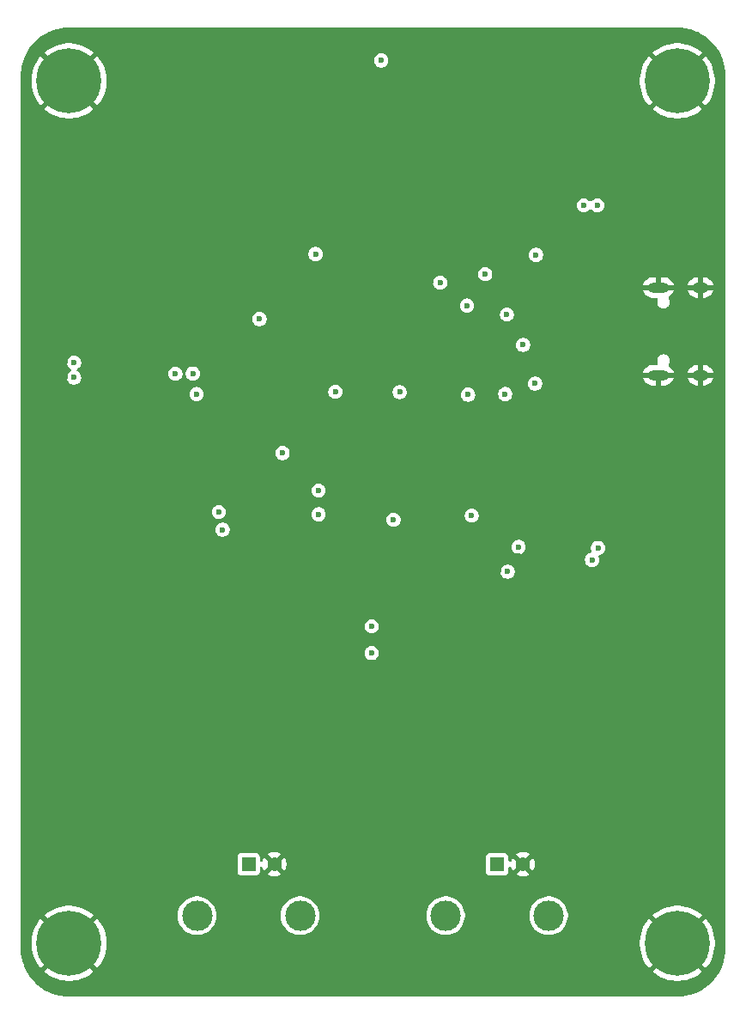
<source format=gbr>
%TF.GenerationSoftware,KiCad,Pcbnew,9.0.0*%
%TF.CreationDate,2025-12-13T14:21:09+02:00*%
%TF.ProjectId,mixed_signal_hw_pcb,6d697865-645f-4736-9967-6e616c5f6877,rev?*%
%TF.SameCoordinates,Original*%
%TF.FileFunction,Copper,L3,Inr*%
%TF.FilePolarity,Positive*%
%FSLAX46Y46*%
G04 Gerber Fmt 4.6, Leading zero omitted, Abs format (unit mm)*
G04 Created by KiCad (PCBNEW 9.0.0) date 2025-12-13 14:21:09*
%MOMM*%
%LPD*%
G01*
G04 APERTURE LIST*
%TA.AperFunction,ComponentPad*%
%ADD10R,1.400000X1.400000*%
%TD*%
%TA.AperFunction,ComponentPad*%
%ADD11C,1.400000*%
%TD*%
%TA.AperFunction,ComponentPad*%
%ADD12C,3.000000*%
%TD*%
%TA.AperFunction,ComponentPad*%
%ADD13C,0.800000*%
%TD*%
%TA.AperFunction,ComponentPad*%
%ADD14C,6.400000*%
%TD*%
%TA.AperFunction,HeatsinkPad*%
%ADD15O,2.100000X1.000000*%
%TD*%
%TA.AperFunction,HeatsinkPad*%
%ADD16O,1.600000X1.000000*%
%TD*%
%TA.AperFunction,ViaPad*%
%ADD17C,0.800000*%
%TD*%
%TA.AperFunction,ViaPad*%
%ADD18C,0.600000*%
%TD*%
G04 APERTURE END LIST*
D10*
%TO.N,/ADC/IN*%
%TO.C,J300*%
X81710000Y-107700000D03*
D11*
%TO.N,GND*%
X84250000Y-107700000D03*
D12*
%TO.N,N/C*%
X76630000Y-112780000D03*
X86790000Y-112780000D03*
%TD*%
D13*
%TO.N,GND*%
%TO.C,H1*%
X61600000Y-30500000D03*
X62302944Y-28802944D03*
X62302944Y-32197056D03*
X64000000Y-28100000D03*
D14*
X64000000Y-30500000D03*
D13*
X64000000Y-32900000D03*
X65697056Y-28802944D03*
X65697056Y-32197056D03*
X66400000Y-30500000D03*
%TD*%
%TO.N,GND*%
%TO.C,H4*%
X61600000Y-115500000D03*
X62302944Y-113802944D03*
X62302944Y-117197056D03*
X64000000Y-113100000D03*
D14*
X64000000Y-115500000D03*
D13*
X64000000Y-117900000D03*
X65697056Y-113802944D03*
X65697056Y-117197056D03*
X66400000Y-115500000D03*
%TD*%
D15*
%TO.N,GND*%
%TO.C,J200*%
X122110000Y-59510000D03*
D16*
X126290000Y-59510000D03*
D15*
X122110000Y-50870000D03*
D16*
X126290000Y-50870000D03*
%TD*%
D13*
%TO.N,GND*%
%TO.C,H3*%
X121600000Y-115500000D03*
X122302944Y-113802944D03*
X122302944Y-117197056D03*
X124000000Y-113100000D03*
D14*
X124000000Y-115500000D03*
D13*
X124000000Y-117900000D03*
X125697056Y-113802944D03*
X125697056Y-117197056D03*
X126400000Y-115500000D03*
%TD*%
D10*
%TO.N,/DAC/OUT*%
%TO.C,J400*%
X106236000Y-107700000D03*
D11*
%TO.N,GND*%
X108776000Y-107700000D03*
D12*
%TO.N,N/C*%
X101156000Y-112780000D03*
X111316000Y-112780000D03*
%TD*%
D13*
%TO.N,GND*%
%TO.C,H2*%
X121600000Y-30500000D03*
X122302944Y-28802944D03*
X122302944Y-32197056D03*
X124000000Y-28100000D03*
D14*
X124000000Y-30500000D03*
D13*
X124000000Y-32900000D03*
X125697056Y-28802944D03*
X125697056Y-32197056D03*
X126400000Y-30500000D03*
%TD*%
D17*
%TO.N,GND*%
X76720000Y-92540000D03*
X93470000Y-114590000D03*
X100890000Y-39310000D03*
X100940000Y-35960000D03*
X69070000Y-108980000D03*
X87270000Y-96300000D03*
X83470000Y-96360000D03*
X78730000Y-96360000D03*
X119420000Y-105570000D03*
X121320000Y-83970000D03*
X121100000Y-36570000D03*
X70070000Y-34340000D03*
X68340000Y-89270000D03*
X63710000Y-89160000D03*
X75150000Y-37020000D03*
X78450000Y-33890000D03*
X78340000Y-37020000D03*
X71860000Y-44050000D03*
X73870000Y-31100000D03*
X101490000Y-102020000D03*
X116490000Y-117520000D03*
X113990000Y-102270000D03*
X96990000Y-102020000D03*
X93490000Y-102020000D03*
X89490000Y-102020000D03*
X93410000Y-118330000D03*
X93410000Y-111240000D03*
X93410000Y-107170000D03*
X119490000Y-92520000D03*
X119490000Y-97770000D03*
X121240000Y-79770000D03*
X121240000Y-74270000D03*
X121490000Y-69060000D03*
X121240000Y-66270000D03*
X124490000Y-66270000D03*
X124800000Y-68830000D03*
X117410000Y-36520000D03*
X117490000Y-32520000D03*
X112990000Y-32520000D03*
X100990000Y-32520000D03*
X124990000Y-45520000D03*
X124990000Y-40770000D03*
X124740000Y-36520000D03*
X117490000Y-29020000D03*
X112990000Y-29020000D03*
X119490000Y-102270000D03*
X124800000Y-108790000D03*
X119490000Y-108520000D03*
X63320000Y-108880000D03*
X68990000Y-105270000D03*
X63240000Y-105270000D03*
X74720000Y-100580000D03*
X68898242Y-100660000D03*
X62920000Y-100820000D03*
X73420000Y-89380000D03*
X68340000Y-84860000D03*
X63740000Y-84770000D03*
X68120000Y-80280000D03*
X63740000Y-80270000D03*
X68240000Y-75270000D03*
X63740000Y-75270000D03*
X67950000Y-71130000D03*
X63740000Y-71020000D03*
X78490000Y-43770000D03*
X75240000Y-44020000D03*
X72250000Y-40030000D03*
X78390000Y-39920000D03*
X75150000Y-39810000D03*
X63990000Y-38270000D03*
X82490000Y-32270000D03*
X82490000Y-29770000D03*
X70070000Y-31100000D03*
X73990000Y-27770000D03*
X69990000Y-27770000D03*
D18*
X102640000Y-94070000D03*
X104340000Y-74330000D03*
X96490000Y-79870000D03*
X83440000Y-71120000D03*
X121590000Y-61710000D03*
X99150000Y-78760000D03*
X87750000Y-30230000D03*
X119990000Y-58440000D03*
X94797500Y-92820000D03*
X115310000Y-81650000D03*
X67320000Y-61350000D03*
X85140000Y-103520000D03*
X94980000Y-87000000D03*
X95380000Y-32980000D03*
X116592500Y-90145000D03*
X84590000Y-77620000D03*
X86540000Y-39470000D03*
X90100000Y-59930000D03*
X97440000Y-79870000D03*
X104990000Y-48410000D03*
X73900000Y-51790000D03*
X87500000Y-77920000D03*
X82390000Y-82220000D03*
X112290000Y-45520000D03*
X92640000Y-84420000D03*
X113680000Y-62540000D03*
X88240000Y-58620000D03*
X83390000Y-69820000D03*
X108190000Y-53520000D03*
X96360000Y-81350000D03*
X90355000Y-47035000D03*
X103740000Y-94070000D03*
X99660000Y-50340000D03*
X83490000Y-72470000D03*
X98440000Y-79860000D03*
X74460000Y-58110000D03*
X116340000Y-43950000D03*
X89700000Y-73320000D03*
X94910000Y-29670000D03*
X80340000Y-50880000D03*
X84490000Y-82220000D03*
X105225000Y-92755000D03*
X114940000Y-62520000D03*
X106425653Y-78757895D03*
X120310000Y-59190000D03*
X88900000Y-61030000D03*
X90280000Y-33800000D03*
X63640000Y-59700000D03*
X91062500Y-97255000D03*
X90712500Y-88965000D03*
X76440000Y-80050000D03*
X110298774Y-77280444D03*
X83662500Y-88300000D03*
X117485000Y-83500000D03*
X88990000Y-80420000D03*
X108810000Y-60380000D03*
X78070000Y-74740000D03*
X92530000Y-39450000D03*
X117175000Y-50735000D03*
X109220000Y-69990000D03*
X102240000Y-92920000D03*
X119690000Y-87920000D03*
X120270000Y-51230000D03*
X109490000Y-103370000D03*
X91520000Y-33830000D03*
X82390000Y-77620000D03*
X95320000Y-60950000D03*
X118115039Y-54785000D03*
X114070000Y-43800000D03*
X100600000Y-49200000D03*
X89510000Y-52690000D03*
X113700000Y-80040000D03*
X109600000Y-71940000D03*
X104170000Y-62310000D03*
X71450000Y-70860000D03*
X121680000Y-48700000D03*
X120010000Y-51990000D03*
X96900000Y-53610000D03*
X116170000Y-62480000D03*
X100390000Y-92720000D03*
X118540000Y-44970000D03*
X78090000Y-84580000D03*
X106470000Y-60650000D03*
X84970000Y-49725000D03*
X102330000Y-88460000D03*
X108300000Y-77310000D03*
X88340000Y-46400000D03*
X107890000Y-89920000D03*
X96010000Y-72640000D03*
X77440000Y-58020000D03*
X108100000Y-57460000D03*
X103270000Y-51610000D03*
X91992500Y-91935000D03*
X77340000Y-57070000D03*
X63640000Y-58190000D03*
X101490000Y-94070000D03*
X83990000Y-54170000D03*
X79940000Y-89570000D03*
X89760000Y-70790000D03*
X82870000Y-49725000D03*
X74590000Y-56790000D03*
X84840000Y-40560000D03*
X78730000Y-72100000D03*
X111180000Y-93790000D03*
%TO.N,+5V*%
X107190000Y-53520000D03*
X96010000Y-73760000D03*
X108790000Y-56520000D03*
X103720000Y-73340000D03*
X78780000Y-72990000D03*
X109970000Y-60330000D03*
%TO.N,+3.3VA*%
X93860000Y-84260000D03*
X79150000Y-74730000D03*
X93847500Y-86892500D03*
%TO.N,+3V3*%
X82790000Y-53970000D03*
X110065000Y-47645000D03*
X74490000Y-59360000D03*
X105050000Y-49550000D03*
X64500000Y-59740000D03*
X76215000Y-59345000D03*
X116110000Y-42760000D03*
X64500000Y-58260000D03*
X114770000Y-42760000D03*
X76580000Y-61370000D03*
X85070000Y-67180000D03*
X94800000Y-28480000D03*
X96610000Y-61180000D03*
X90280000Y-61140000D03*
X88325000Y-47565000D03*
X100610000Y-50380000D03*
X103250000Y-52640000D03*
%TO.N,SPI1_NSS*%
X88620000Y-73220556D03*
X88620000Y-70870000D03*
%TO.N,SPI2_NSS*%
X103370000Y-61430000D03*
X107020000Y-61360000D03*
%TO.N,DAC_NCLR*%
X107267903Y-78872435D03*
X115590000Y-77700000D03*
%TO.N,DAC_NLDAC*%
X108350000Y-76430000D03*
X116180000Y-76530000D03*
%TD*%
%TA.AperFunction,Conductor*%
%TO.N,GND*%
G36*
X124003252Y-25250642D02*
G01*
X124407450Y-25268289D01*
X124420394Y-25269421D01*
X124818306Y-25321808D01*
X124831071Y-25324059D01*
X125222909Y-25410926D01*
X125235461Y-25414290D01*
X125618221Y-25534974D01*
X125630436Y-25539420D01*
X126001214Y-25693001D01*
X126012991Y-25698492D01*
X126368985Y-25883811D01*
X126380238Y-25890308D01*
X126718713Y-26105941D01*
X126729360Y-26113396D01*
X127047768Y-26357718D01*
X127057710Y-26366062D01*
X127195185Y-26492034D01*
X127353607Y-26637201D01*
X127362798Y-26646392D01*
X127633931Y-26942281D01*
X127642287Y-26952239D01*
X127886603Y-27270639D01*
X127894058Y-27281286D01*
X128109691Y-27619761D01*
X128116191Y-27631019D01*
X128301505Y-27987005D01*
X128306998Y-27998785D01*
X128460579Y-28369563D01*
X128465025Y-28381778D01*
X128585709Y-28764538D01*
X128589073Y-28777093D01*
X128675936Y-29168906D01*
X128678193Y-29181708D01*
X128730577Y-29579604D01*
X128731710Y-29592553D01*
X128749358Y-29996747D01*
X128749500Y-30003246D01*
X128749500Y-115996753D01*
X128749358Y-116003252D01*
X128731710Y-116407446D01*
X128730577Y-116420395D01*
X128678193Y-116818291D01*
X128675936Y-116831093D01*
X128589073Y-117222906D01*
X128585709Y-117235461D01*
X128465025Y-117618221D01*
X128460579Y-117630436D01*
X128306998Y-118001214D01*
X128301505Y-118012994D01*
X128116191Y-118368980D01*
X128109691Y-118380238D01*
X127894058Y-118718713D01*
X127886603Y-118729360D01*
X127642287Y-119047760D01*
X127633931Y-119057718D01*
X127362798Y-119353607D01*
X127353607Y-119362798D01*
X127057718Y-119633931D01*
X127047760Y-119642287D01*
X126729360Y-119886603D01*
X126718713Y-119894058D01*
X126380238Y-120109691D01*
X126368980Y-120116191D01*
X126012994Y-120301505D01*
X126001214Y-120306998D01*
X125630436Y-120460579D01*
X125618221Y-120465025D01*
X125235461Y-120585709D01*
X125222906Y-120589073D01*
X124831093Y-120675936D01*
X124818291Y-120678193D01*
X124420395Y-120730577D01*
X124407446Y-120731710D01*
X124003252Y-120749358D01*
X123996753Y-120749500D01*
X64003247Y-120749500D01*
X63996748Y-120749358D01*
X63592553Y-120731710D01*
X63579604Y-120730577D01*
X63181708Y-120678193D01*
X63168910Y-120675936D01*
X63077615Y-120655697D01*
X62777093Y-120589073D01*
X62764538Y-120585709D01*
X62381778Y-120465025D01*
X62369563Y-120460579D01*
X61998785Y-120306998D01*
X61987005Y-120301505D01*
X61631019Y-120116191D01*
X61619761Y-120109691D01*
X61281286Y-119894058D01*
X61270639Y-119886603D01*
X60952239Y-119642287D01*
X60942287Y-119633936D01*
X60682947Y-119396295D01*
X60646392Y-119362798D01*
X60637201Y-119353607D01*
X60463792Y-119164365D01*
X60366062Y-119057710D01*
X60357718Y-119047768D01*
X60113396Y-118729360D01*
X60105941Y-118718713D01*
X59890308Y-118380238D01*
X59883808Y-118368980D01*
X59847099Y-118298462D01*
X59698494Y-118012994D01*
X59693001Y-118001214D01*
X59539420Y-117630436D01*
X59534974Y-117618221D01*
X59414290Y-117235461D01*
X59410926Y-117222906D01*
X59324059Y-116831071D01*
X59321808Y-116818306D01*
X59269421Y-116420394D01*
X59268289Y-116407446D01*
X59265282Y-116338583D01*
X59250642Y-116003252D01*
X59250500Y-115996753D01*
X59250500Y-115318237D01*
X60300000Y-115318237D01*
X60300000Y-115681762D01*
X60335634Y-116043564D01*
X60406557Y-116400115D01*
X60512086Y-116747998D01*
X60651206Y-117083862D01*
X60822575Y-117404472D01*
X61024548Y-117706745D01*
X61211679Y-117934765D01*
X61211680Y-117934765D01*
X62705747Y-116440697D01*
X62779588Y-116542330D01*
X62957670Y-116720412D01*
X63059300Y-116794251D01*
X61565233Y-118288318D01*
X61565233Y-118288319D01*
X61793254Y-118475451D01*
X62095527Y-118677424D01*
X62416137Y-118848793D01*
X62752001Y-118987913D01*
X63099884Y-119093442D01*
X63456435Y-119164365D01*
X63818237Y-119200000D01*
X64181763Y-119200000D01*
X64543564Y-119164365D01*
X64900115Y-119093442D01*
X65247998Y-118987913D01*
X65583862Y-118848793D01*
X65904472Y-118677424D01*
X66206746Y-118475451D01*
X66434765Y-118288319D01*
X66434765Y-118288318D01*
X64940698Y-116794251D01*
X65042330Y-116720412D01*
X65220412Y-116542330D01*
X65294251Y-116440698D01*
X66788318Y-117934765D01*
X66788319Y-117934765D01*
X66975451Y-117706746D01*
X67177424Y-117404472D01*
X67348793Y-117083862D01*
X67487913Y-116747998D01*
X67593442Y-116400115D01*
X67664365Y-116043564D01*
X67700000Y-115681762D01*
X67700000Y-115318237D01*
X120300000Y-115318237D01*
X120300000Y-115681762D01*
X120335634Y-116043564D01*
X120406557Y-116400115D01*
X120512086Y-116747998D01*
X120651206Y-117083862D01*
X120822575Y-117404472D01*
X121024548Y-117706745D01*
X121211679Y-117934765D01*
X121211680Y-117934765D01*
X122705747Y-116440697D01*
X122779588Y-116542330D01*
X122957670Y-116720412D01*
X123059300Y-116794251D01*
X121565233Y-118288318D01*
X121565233Y-118288319D01*
X121793254Y-118475451D01*
X122095527Y-118677424D01*
X122416137Y-118848793D01*
X122752001Y-118987913D01*
X123099884Y-119093442D01*
X123456435Y-119164365D01*
X123818237Y-119200000D01*
X124181763Y-119200000D01*
X124543564Y-119164365D01*
X124900115Y-119093442D01*
X125247998Y-118987913D01*
X125583862Y-118848793D01*
X125904472Y-118677424D01*
X126206746Y-118475451D01*
X126434765Y-118288319D01*
X126434765Y-118288318D01*
X124940698Y-116794251D01*
X125042330Y-116720412D01*
X125220412Y-116542330D01*
X125294251Y-116440698D01*
X126788318Y-117934765D01*
X126788319Y-117934765D01*
X126975451Y-117706746D01*
X127177424Y-117404472D01*
X127348793Y-117083862D01*
X127487913Y-116747998D01*
X127593442Y-116400115D01*
X127664365Y-116043564D01*
X127700000Y-115681762D01*
X127700000Y-115318237D01*
X127664365Y-114956435D01*
X127593442Y-114599884D01*
X127487913Y-114252001D01*
X127348793Y-113916137D01*
X127177424Y-113595527D01*
X126975451Y-113293254D01*
X126788319Y-113065233D01*
X126788318Y-113065233D01*
X125294251Y-114559300D01*
X125220412Y-114457670D01*
X125042330Y-114279588D01*
X124940697Y-114205747D01*
X126434765Y-112711680D01*
X126434765Y-112711679D01*
X126206745Y-112524548D01*
X125904472Y-112322575D01*
X125583862Y-112151206D01*
X125247998Y-112012086D01*
X124900115Y-111906557D01*
X124543564Y-111835634D01*
X124181763Y-111800000D01*
X123818237Y-111800000D01*
X123456435Y-111835634D01*
X123099884Y-111906557D01*
X122752001Y-112012086D01*
X122416137Y-112151206D01*
X122095527Y-112322575D01*
X121793254Y-112524548D01*
X121565233Y-112711679D01*
X123059301Y-114205747D01*
X122957670Y-114279588D01*
X122779588Y-114457670D01*
X122705747Y-114559301D01*
X121211679Y-113065233D01*
X121024548Y-113293254D01*
X120822575Y-113595527D01*
X120651206Y-113916137D01*
X120512086Y-114252001D01*
X120406557Y-114599884D01*
X120335634Y-114956435D01*
X120300000Y-115318237D01*
X67700000Y-115318237D01*
X67664365Y-114956435D01*
X67593442Y-114599884D01*
X67487913Y-114252001D01*
X67348793Y-113916137D01*
X67177424Y-113595527D01*
X66975451Y-113293254D01*
X66788319Y-113065233D01*
X66788318Y-113065233D01*
X65294251Y-114559300D01*
X65220412Y-114457670D01*
X65042330Y-114279588D01*
X64940697Y-114205747D01*
X66434765Y-112711680D01*
X66434765Y-112711679D01*
X66366224Y-112655429D01*
X74729500Y-112655429D01*
X74729500Y-112904570D01*
X74762016Y-113151557D01*
X74762017Y-113151563D01*
X74762018Y-113151565D01*
X74826498Y-113392207D01*
X74921836Y-113622373D01*
X75046401Y-113838127D01*
X75198062Y-114035776D01*
X75374224Y-114211938D01*
X75571873Y-114363599D01*
X75787627Y-114488164D01*
X76017793Y-114583502D01*
X76258435Y-114647982D01*
X76258441Y-114647982D01*
X76258442Y-114647983D01*
X76325586Y-114656822D01*
X76505435Y-114680500D01*
X76754565Y-114680500D01*
X77001565Y-114647982D01*
X77242207Y-114583502D01*
X77472373Y-114488164D01*
X77688127Y-114363599D01*
X77885776Y-114211938D01*
X78061938Y-114035776D01*
X78213599Y-113838127D01*
X78338164Y-113622373D01*
X78433502Y-113392207D01*
X78497982Y-113151565D01*
X78530500Y-112904565D01*
X78530500Y-112655435D01*
X78530499Y-112655429D01*
X84889500Y-112655429D01*
X84889500Y-112904570D01*
X84922016Y-113151557D01*
X84922017Y-113151563D01*
X84922018Y-113151565D01*
X84986498Y-113392207D01*
X85081836Y-113622373D01*
X85206401Y-113838127D01*
X85358062Y-114035776D01*
X85534224Y-114211938D01*
X85731873Y-114363599D01*
X85947627Y-114488164D01*
X86177793Y-114583502D01*
X86418435Y-114647982D01*
X86418441Y-114647982D01*
X86418442Y-114647983D01*
X86485586Y-114656822D01*
X86665435Y-114680500D01*
X86914565Y-114680500D01*
X87161565Y-114647982D01*
X87402207Y-114583502D01*
X87632373Y-114488164D01*
X87848127Y-114363599D01*
X88045776Y-114211938D01*
X88221938Y-114035776D01*
X88373599Y-113838127D01*
X88498164Y-113622373D01*
X88593502Y-113392207D01*
X88657982Y-113151565D01*
X88690500Y-112904565D01*
X88690500Y-112655435D01*
X88690499Y-112655429D01*
X99255500Y-112655429D01*
X99255500Y-112904570D01*
X99288016Y-113151557D01*
X99288017Y-113151563D01*
X99288018Y-113151565D01*
X99352498Y-113392207D01*
X99447836Y-113622373D01*
X99572401Y-113838127D01*
X99724062Y-114035776D01*
X99900224Y-114211938D01*
X100097873Y-114363599D01*
X100313627Y-114488164D01*
X100543793Y-114583502D01*
X100784435Y-114647982D01*
X100784441Y-114647982D01*
X100784442Y-114647983D01*
X100851586Y-114656822D01*
X101031435Y-114680500D01*
X101280565Y-114680500D01*
X101527565Y-114647982D01*
X101768207Y-114583502D01*
X101998373Y-114488164D01*
X102214127Y-114363599D01*
X102411776Y-114211938D01*
X102587938Y-114035776D01*
X102739599Y-113838127D01*
X102864164Y-113622373D01*
X102959502Y-113392207D01*
X103023982Y-113151565D01*
X103056500Y-112904565D01*
X103056500Y-112655435D01*
X103056499Y-112655429D01*
X109415500Y-112655429D01*
X109415500Y-112904570D01*
X109448016Y-113151557D01*
X109448017Y-113151563D01*
X109448018Y-113151565D01*
X109512498Y-113392207D01*
X109607836Y-113622373D01*
X109732401Y-113838127D01*
X109884062Y-114035776D01*
X110060224Y-114211938D01*
X110257873Y-114363599D01*
X110473627Y-114488164D01*
X110703793Y-114583502D01*
X110944435Y-114647982D01*
X110944441Y-114647982D01*
X110944442Y-114647983D01*
X111011586Y-114656822D01*
X111191435Y-114680500D01*
X111440565Y-114680500D01*
X111687565Y-114647982D01*
X111928207Y-114583502D01*
X112158373Y-114488164D01*
X112374127Y-114363599D01*
X112571776Y-114211938D01*
X112747938Y-114035776D01*
X112899599Y-113838127D01*
X113024164Y-113622373D01*
X113119502Y-113392207D01*
X113183982Y-113151565D01*
X113216500Y-112904565D01*
X113216500Y-112655435D01*
X113183982Y-112408435D01*
X113119502Y-112167793D01*
X113024164Y-111937627D01*
X112899599Y-111721873D01*
X112747938Y-111524224D01*
X112571776Y-111348062D01*
X112374127Y-111196401D01*
X112302209Y-111154879D01*
X112158377Y-111071838D01*
X112158375Y-111071837D01*
X112158373Y-111071836D01*
X112023548Y-111015989D01*
X111928210Y-110976499D01*
X111928208Y-110976498D01*
X111928207Y-110976498D01*
X111687565Y-110912018D01*
X111687563Y-110912017D01*
X111687557Y-110912016D01*
X111440570Y-110879500D01*
X111440565Y-110879500D01*
X111191435Y-110879500D01*
X111191429Y-110879500D01*
X110944442Y-110912016D01*
X110703789Y-110976499D01*
X110473622Y-111071838D01*
X110257874Y-111196400D01*
X110060222Y-111348063D01*
X109884063Y-111524222D01*
X109732400Y-111721874D01*
X109607838Y-111937622D01*
X109512499Y-112167789D01*
X109448016Y-112408442D01*
X109415500Y-112655429D01*
X103056499Y-112655429D01*
X103023982Y-112408435D01*
X102959502Y-112167793D01*
X102864164Y-111937627D01*
X102739599Y-111721873D01*
X102587938Y-111524224D01*
X102411776Y-111348062D01*
X102214127Y-111196401D01*
X102142209Y-111154879D01*
X101998377Y-111071838D01*
X101998375Y-111071837D01*
X101998373Y-111071836D01*
X101863548Y-111015989D01*
X101768210Y-110976499D01*
X101768208Y-110976498D01*
X101768207Y-110976498D01*
X101527565Y-110912018D01*
X101527563Y-110912017D01*
X101527557Y-110912016D01*
X101280570Y-110879500D01*
X101280565Y-110879500D01*
X101031435Y-110879500D01*
X101031429Y-110879500D01*
X100784442Y-110912016D01*
X100543789Y-110976499D01*
X100313622Y-111071838D01*
X100097874Y-111196400D01*
X99900222Y-111348063D01*
X99724063Y-111524222D01*
X99572400Y-111721874D01*
X99447838Y-111937622D01*
X99352499Y-112167789D01*
X99288016Y-112408442D01*
X99255500Y-112655429D01*
X88690499Y-112655429D01*
X88657982Y-112408435D01*
X88593502Y-112167793D01*
X88498164Y-111937627D01*
X88373599Y-111721873D01*
X88221938Y-111524224D01*
X88045776Y-111348062D01*
X87848127Y-111196401D01*
X87776209Y-111154879D01*
X87632377Y-111071838D01*
X87632375Y-111071837D01*
X87632373Y-111071836D01*
X87497548Y-111015989D01*
X87402210Y-110976499D01*
X87402208Y-110976498D01*
X87402207Y-110976498D01*
X87161565Y-110912018D01*
X87161563Y-110912017D01*
X87161557Y-110912016D01*
X86914570Y-110879500D01*
X86914565Y-110879500D01*
X86665435Y-110879500D01*
X86665429Y-110879500D01*
X86418442Y-110912016D01*
X86177789Y-110976499D01*
X85947622Y-111071838D01*
X85731874Y-111196400D01*
X85534222Y-111348063D01*
X85358063Y-111524222D01*
X85206400Y-111721874D01*
X85081838Y-111937622D01*
X84986499Y-112167789D01*
X84922016Y-112408442D01*
X84889500Y-112655429D01*
X78530499Y-112655429D01*
X78497982Y-112408435D01*
X78433502Y-112167793D01*
X78338164Y-111937627D01*
X78213599Y-111721873D01*
X78061938Y-111524224D01*
X77885776Y-111348062D01*
X77688127Y-111196401D01*
X77616209Y-111154879D01*
X77472377Y-111071838D01*
X77472375Y-111071837D01*
X77472373Y-111071836D01*
X77337548Y-111015989D01*
X77242210Y-110976499D01*
X77242208Y-110976498D01*
X77242207Y-110976498D01*
X77001565Y-110912018D01*
X77001563Y-110912017D01*
X77001557Y-110912016D01*
X76754570Y-110879500D01*
X76754565Y-110879500D01*
X76505435Y-110879500D01*
X76505429Y-110879500D01*
X76258442Y-110912016D01*
X76017789Y-110976499D01*
X75787622Y-111071838D01*
X75571874Y-111196400D01*
X75374222Y-111348063D01*
X75198063Y-111524222D01*
X75046400Y-111721874D01*
X74921838Y-111937622D01*
X74826499Y-112167789D01*
X74762016Y-112408442D01*
X74729500Y-112655429D01*
X66366224Y-112655429D01*
X66206745Y-112524548D01*
X65904472Y-112322575D01*
X65583862Y-112151206D01*
X65247998Y-112012086D01*
X64900115Y-111906557D01*
X64543564Y-111835634D01*
X64181763Y-111800000D01*
X63818237Y-111800000D01*
X63456435Y-111835634D01*
X63099884Y-111906557D01*
X62752001Y-112012086D01*
X62416137Y-112151206D01*
X62095527Y-112322575D01*
X61793254Y-112524548D01*
X61565233Y-112711679D01*
X63059301Y-114205747D01*
X62957670Y-114279588D01*
X62779588Y-114457670D01*
X62705747Y-114559301D01*
X61211679Y-113065233D01*
X61024548Y-113293254D01*
X60822575Y-113595527D01*
X60651206Y-113916137D01*
X60512086Y-114252001D01*
X60406557Y-114599884D01*
X60335634Y-114956435D01*
X60300000Y-115318237D01*
X59250500Y-115318237D01*
X59250500Y-106968481D01*
X80609500Y-106968481D01*
X80609500Y-106968482D01*
X80609500Y-106968485D01*
X80609500Y-108431518D01*
X80624354Y-108525304D01*
X80681950Y-108638342D01*
X80771658Y-108728050D01*
X80884696Y-108785646D01*
X80978481Y-108800500D01*
X82441518Y-108800499D01*
X82535304Y-108785646D01*
X82648342Y-108728050D01*
X82738050Y-108638342D01*
X82795646Y-108525304D01*
X82810500Y-108431519D01*
X82810499Y-108093702D01*
X82830461Y-108019205D01*
X82884999Y-107964667D01*
X82959499Y-107944705D01*
X83033999Y-107964667D01*
X83088537Y-108019205D01*
X83101206Y-108047660D01*
X83137917Y-108160643D01*
X83223668Y-108328937D01*
X83242115Y-108354328D01*
X83807861Y-107788582D01*
X83830667Y-107873694D01*
X83889910Y-107976306D01*
X83973694Y-108060090D01*
X84076306Y-108119333D01*
X84161414Y-108142138D01*
X83595670Y-108707882D01*
X83595670Y-108707884D01*
X83621052Y-108726325D01*
X83621061Y-108726330D01*
X83789357Y-108812083D01*
X83968993Y-108870450D01*
X83968993Y-108870451D01*
X84155562Y-108900000D01*
X84344438Y-108900000D01*
X84531006Y-108870451D01*
X84531006Y-108870450D01*
X84710642Y-108812083D01*
X84878938Y-108726331D01*
X84878940Y-108726329D01*
X84904328Y-108707883D01*
X84904328Y-108707882D01*
X84338584Y-108142138D01*
X84423694Y-108119333D01*
X84526306Y-108060090D01*
X84610090Y-107976306D01*
X84669333Y-107873694D01*
X84692138Y-107788584D01*
X85257882Y-108354328D01*
X85257883Y-108354328D01*
X85276329Y-108328940D01*
X85276331Y-108328938D01*
X85362083Y-108160642D01*
X85420450Y-107981006D01*
X85420451Y-107981006D01*
X85450000Y-107794438D01*
X85450000Y-107605561D01*
X85420451Y-107418993D01*
X85362083Y-107239357D01*
X85276330Y-107071061D01*
X85276329Y-107071059D01*
X85261180Y-107050208D01*
X85261179Y-107050207D01*
X85257882Y-107045670D01*
X84692137Y-107611414D01*
X84669333Y-107526306D01*
X84610090Y-107423694D01*
X84526306Y-107339910D01*
X84423694Y-107280667D01*
X84338582Y-107257861D01*
X84627962Y-106968481D01*
X105135500Y-106968481D01*
X105135500Y-106968482D01*
X105135500Y-106968485D01*
X105135500Y-108431518D01*
X105150354Y-108525304D01*
X105207950Y-108638342D01*
X105297658Y-108728050D01*
X105410696Y-108785646D01*
X105504481Y-108800500D01*
X106967518Y-108800499D01*
X107061304Y-108785646D01*
X107174342Y-108728050D01*
X107264050Y-108638342D01*
X107321646Y-108525304D01*
X107336500Y-108431519D01*
X107336499Y-108093702D01*
X107356461Y-108019205D01*
X107410999Y-107964667D01*
X107485499Y-107944705D01*
X107559999Y-107964667D01*
X107614537Y-108019205D01*
X107627206Y-108047660D01*
X107663917Y-108160643D01*
X107749668Y-108328937D01*
X107768115Y-108354328D01*
X108333861Y-107788582D01*
X108356667Y-107873694D01*
X108415910Y-107976306D01*
X108499694Y-108060090D01*
X108602306Y-108119333D01*
X108687414Y-108142138D01*
X108121670Y-108707882D01*
X108121670Y-108707884D01*
X108147052Y-108726325D01*
X108147061Y-108726330D01*
X108315357Y-108812083D01*
X108494993Y-108870450D01*
X108494993Y-108870451D01*
X108681562Y-108900000D01*
X108870438Y-108900000D01*
X109057006Y-108870451D01*
X109057006Y-108870450D01*
X109236642Y-108812083D01*
X109404938Y-108726331D01*
X109404940Y-108726329D01*
X109430328Y-108707883D01*
X109430328Y-108707882D01*
X108864584Y-108142138D01*
X108949694Y-108119333D01*
X109052306Y-108060090D01*
X109136090Y-107976306D01*
X109195333Y-107873694D01*
X109218138Y-107788584D01*
X109783882Y-108354328D01*
X109783883Y-108354328D01*
X109802329Y-108328940D01*
X109802331Y-108328938D01*
X109888083Y-108160642D01*
X109946450Y-107981006D01*
X109946451Y-107981006D01*
X109976000Y-107794438D01*
X109976000Y-107605561D01*
X109946451Y-107418993D01*
X109888083Y-107239357D01*
X109802330Y-107071061D01*
X109802325Y-107071052D01*
X109783884Y-107045670D01*
X109783882Y-107045670D01*
X109218137Y-107611414D01*
X109195333Y-107526306D01*
X109136090Y-107423694D01*
X109052306Y-107339910D01*
X108949694Y-107280667D01*
X108864582Y-107257861D01*
X109430328Y-106692115D01*
X109404937Y-106673668D01*
X109236642Y-106587916D01*
X109057006Y-106529549D01*
X109057006Y-106529548D01*
X108870438Y-106500000D01*
X108681562Y-106500000D01*
X108494993Y-106529548D01*
X108494993Y-106529549D01*
X108315357Y-106587916D01*
X108147065Y-106673666D01*
X108147061Y-106673668D01*
X108121670Y-106692115D01*
X108121670Y-106692116D01*
X108687415Y-107257861D01*
X108602306Y-107280667D01*
X108499694Y-107339910D01*
X108415910Y-107423694D01*
X108356667Y-107526306D01*
X108333861Y-107611415D01*
X107768116Y-107045670D01*
X107768115Y-107045670D01*
X107749668Y-107071061D01*
X107749666Y-107071065D01*
X107663916Y-107239357D01*
X107627206Y-107352340D01*
X107585199Y-107417025D01*
X107516477Y-107452040D01*
X107439455Y-107448003D01*
X107374770Y-107405996D01*
X107339755Y-107337274D01*
X107336499Y-107306296D01*
X107336499Y-106968481D01*
X107334146Y-106953628D01*
X107321646Y-106874696D01*
X107264050Y-106761658D01*
X107174342Y-106671950D01*
X107061305Y-106614354D01*
X107045673Y-106611878D01*
X106967519Y-106599500D01*
X106967514Y-106599500D01*
X105504481Y-106599500D01*
X105410695Y-106614354D01*
X105410693Y-106614355D01*
X105297657Y-106671950D01*
X105207950Y-106761657D01*
X105150354Y-106874694D01*
X105150354Y-106874696D01*
X105135500Y-106968481D01*
X84627962Y-106968481D01*
X84904328Y-106692115D01*
X84878937Y-106673668D01*
X84710642Y-106587916D01*
X84531006Y-106529549D01*
X84531006Y-106529548D01*
X84344438Y-106500000D01*
X84155562Y-106500000D01*
X83968993Y-106529548D01*
X83968993Y-106529549D01*
X83789357Y-106587916D01*
X83621065Y-106673666D01*
X83621061Y-106673668D01*
X83595670Y-106692115D01*
X83595670Y-106692116D01*
X84161415Y-107257861D01*
X84076306Y-107280667D01*
X83973694Y-107339910D01*
X83889910Y-107423694D01*
X83830667Y-107526306D01*
X83807861Y-107611415D01*
X83242116Y-107045670D01*
X83242115Y-107045670D01*
X83223668Y-107071061D01*
X83223666Y-107071065D01*
X83137916Y-107239357D01*
X83101206Y-107352340D01*
X83059199Y-107417025D01*
X82990477Y-107452040D01*
X82913455Y-107448003D01*
X82848770Y-107405996D01*
X82813755Y-107337274D01*
X82810499Y-107306296D01*
X82810499Y-106968481D01*
X82808146Y-106953628D01*
X82795646Y-106874696D01*
X82738050Y-106761658D01*
X82648342Y-106671950D01*
X82535305Y-106614354D01*
X82519673Y-106611878D01*
X82441519Y-106599500D01*
X82441514Y-106599500D01*
X80978481Y-106599500D01*
X80884695Y-106614354D01*
X80884693Y-106614355D01*
X80771657Y-106671950D01*
X80681950Y-106761657D01*
X80624354Y-106874694D01*
X80624354Y-106874696D01*
X80609500Y-106968481D01*
X59250500Y-106968481D01*
X59250500Y-86823506D01*
X93147000Y-86823506D01*
X93147000Y-86961493D01*
X93173919Y-87096825D01*
X93173920Y-87096829D01*
X93226724Y-87224309D01*
X93226727Y-87224315D01*
X93303383Y-87339038D01*
X93303386Y-87339042D01*
X93400958Y-87436614D01*
X93400961Y-87436616D01*
X93515684Y-87513272D01*
X93515686Y-87513273D01*
X93515689Y-87513275D01*
X93643172Y-87566080D01*
X93778507Y-87593000D01*
X93916493Y-87593000D01*
X94051828Y-87566080D01*
X94179311Y-87513275D01*
X94294042Y-87436614D01*
X94391614Y-87339042D01*
X94468275Y-87224311D01*
X94521080Y-87096828D01*
X94548000Y-86961493D01*
X94548000Y-86823507D01*
X94521080Y-86688172D01*
X94468275Y-86560689D01*
X94391614Y-86445958D01*
X94294042Y-86348386D01*
X94294038Y-86348383D01*
X94179315Y-86271727D01*
X94179309Y-86271724D01*
X94051829Y-86218920D01*
X94051825Y-86218919D01*
X93916493Y-86192000D01*
X93778507Y-86192000D01*
X93643174Y-86218919D01*
X93643170Y-86218920D01*
X93515690Y-86271724D01*
X93515684Y-86271727D01*
X93400961Y-86348383D01*
X93400954Y-86348389D01*
X93303389Y-86445954D01*
X93303383Y-86445961D01*
X93226727Y-86560684D01*
X93226724Y-86560690D01*
X93173920Y-86688170D01*
X93173919Y-86688174D01*
X93147000Y-86823506D01*
X59250500Y-86823506D01*
X59250500Y-84191006D01*
X93159500Y-84191006D01*
X93159500Y-84328993D01*
X93186419Y-84464325D01*
X93186420Y-84464329D01*
X93239224Y-84591809D01*
X93239227Y-84591815D01*
X93315883Y-84706538D01*
X93315886Y-84706542D01*
X93413458Y-84804114D01*
X93413461Y-84804116D01*
X93528184Y-84880772D01*
X93528186Y-84880773D01*
X93528189Y-84880775D01*
X93655672Y-84933580D01*
X93791007Y-84960500D01*
X93928993Y-84960500D01*
X94064328Y-84933580D01*
X94191811Y-84880775D01*
X94306542Y-84804114D01*
X94404114Y-84706542D01*
X94480775Y-84591811D01*
X94533580Y-84464328D01*
X94560500Y-84328993D01*
X94560500Y-84191007D01*
X94533580Y-84055672D01*
X94480775Y-83928189D01*
X94404114Y-83813458D01*
X94306542Y-83715886D01*
X94306538Y-83715883D01*
X94191815Y-83639227D01*
X94191809Y-83639224D01*
X94064329Y-83586420D01*
X94064325Y-83586419D01*
X93928993Y-83559500D01*
X93791007Y-83559500D01*
X93655674Y-83586419D01*
X93655670Y-83586420D01*
X93528190Y-83639224D01*
X93528184Y-83639227D01*
X93413461Y-83715883D01*
X93413454Y-83715889D01*
X93315889Y-83813454D01*
X93315883Y-83813461D01*
X93239227Y-83928184D01*
X93239224Y-83928190D01*
X93186420Y-84055670D01*
X93186419Y-84055674D01*
X93159500Y-84191006D01*
X59250500Y-84191006D01*
X59250500Y-78803441D01*
X106567403Y-78803441D01*
X106567403Y-78941428D01*
X106594322Y-79076760D01*
X106594323Y-79076764D01*
X106647127Y-79204244D01*
X106647130Y-79204250D01*
X106723786Y-79318973D01*
X106723789Y-79318977D01*
X106821361Y-79416549D01*
X106821364Y-79416551D01*
X106936087Y-79493207D01*
X106936089Y-79493208D01*
X106936092Y-79493210D01*
X107063575Y-79546015D01*
X107198910Y-79572935D01*
X107336896Y-79572935D01*
X107472231Y-79546015D01*
X107599714Y-79493210D01*
X107714445Y-79416549D01*
X107812017Y-79318977D01*
X107888678Y-79204246D01*
X107941483Y-79076763D01*
X107968403Y-78941428D01*
X107968403Y-78803442D01*
X107941483Y-78668107D01*
X107888678Y-78540624D01*
X107812017Y-78425893D01*
X107714445Y-78328321D01*
X107703152Y-78320775D01*
X107599718Y-78251662D01*
X107599712Y-78251659D01*
X107472232Y-78198855D01*
X107472228Y-78198854D01*
X107336896Y-78171935D01*
X107198910Y-78171935D01*
X107063577Y-78198854D01*
X107063573Y-78198855D01*
X106936093Y-78251659D01*
X106936087Y-78251662D01*
X106821364Y-78328318D01*
X106821357Y-78328324D01*
X106723792Y-78425889D01*
X106723786Y-78425896D01*
X106647130Y-78540619D01*
X106647127Y-78540625D01*
X106594323Y-78668105D01*
X106594322Y-78668109D01*
X106567403Y-78803441D01*
X59250500Y-78803441D01*
X59250500Y-77631006D01*
X114889500Y-77631006D01*
X114889500Y-77768993D01*
X114916419Y-77904325D01*
X114916420Y-77904329D01*
X114969224Y-78031809D01*
X114969227Y-78031815D01*
X115045883Y-78146538D01*
X115045886Y-78146542D01*
X115143458Y-78244114D01*
X115143461Y-78244116D01*
X115258184Y-78320772D01*
X115258186Y-78320773D01*
X115258189Y-78320775D01*
X115385672Y-78373580D01*
X115521007Y-78400500D01*
X115658993Y-78400500D01*
X115794328Y-78373580D01*
X115921811Y-78320775D01*
X116036542Y-78244114D01*
X116134114Y-78146542D01*
X116210775Y-78031811D01*
X116263580Y-77904328D01*
X116290500Y-77768993D01*
X116290500Y-77631007D01*
X116263580Y-77495672D01*
X116230470Y-77415738D01*
X116220404Y-77339273D01*
X116249919Y-77268016D01*
X116311109Y-77221063D01*
X116339058Y-77212584D01*
X116384328Y-77203580D01*
X116511811Y-77150775D01*
X116626542Y-77074114D01*
X116724114Y-76976542D01*
X116800775Y-76861811D01*
X116853580Y-76734328D01*
X116880500Y-76598993D01*
X116880500Y-76461007D01*
X116853580Y-76325672D01*
X116800775Y-76198189D01*
X116724114Y-76083458D01*
X116626542Y-75985886D01*
X116622913Y-75983461D01*
X116511815Y-75909227D01*
X116511809Y-75909224D01*
X116384329Y-75856420D01*
X116384325Y-75856419D01*
X116248993Y-75829500D01*
X116111007Y-75829500D01*
X115975674Y-75856419D01*
X115975670Y-75856420D01*
X115848190Y-75909224D01*
X115848184Y-75909227D01*
X115733461Y-75985883D01*
X115733454Y-75985889D01*
X115635889Y-76083454D01*
X115635883Y-76083461D01*
X115559227Y-76198184D01*
X115559224Y-76198190D01*
X115506420Y-76325670D01*
X115506419Y-76325674D01*
X115479500Y-76461006D01*
X115479500Y-76598993D01*
X115506419Y-76734325D01*
X115506420Y-76734329D01*
X115539528Y-76814259D01*
X115549595Y-76890727D01*
X115520079Y-76961984D01*
X115458889Y-77008936D01*
X115430941Y-77017415D01*
X115385670Y-77026420D01*
X115258190Y-77079224D01*
X115258184Y-77079227D01*
X115143461Y-77155883D01*
X115143454Y-77155889D01*
X115045889Y-77253454D01*
X115045883Y-77253461D01*
X114969227Y-77368184D01*
X114969224Y-77368190D01*
X114916420Y-77495670D01*
X114916419Y-77495674D01*
X114889500Y-77631006D01*
X59250500Y-77631006D01*
X59250500Y-76361006D01*
X107649500Y-76361006D01*
X107649500Y-76498993D01*
X107676419Y-76634325D01*
X107676420Y-76634329D01*
X107729224Y-76761809D01*
X107729227Y-76761815D01*
X107805883Y-76876538D01*
X107805886Y-76876542D01*
X107903458Y-76974114D01*
X107903461Y-76974116D01*
X108018184Y-77050772D01*
X108018186Y-77050773D01*
X108018189Y-77050775D01*
X108145672Y-77103580D01*
X108281007Y-77130500D01*
X108418993Y-77130500D01*
X108554328Y-77103580D01*
X108681811Y-77050775D01*
X108796542Y-76974114D01*
X108894114Y-76876542D01*
X108970775Y-76761811D01*
X109023580Y-76634328D01*
X109050500Y-76498993D01*
X109050500Y-76361007D01*
X109023580Y-76225672D01*
X108970775Y-76098189D01*
X108960929Y-76083454D01*
X108894116Y-75983461D01*
X108894114Y-75983458D01*
X108796542Y-75885886D01*
X108796538Y-75885883D01*
X108681815Y-75809227D01*
X108681809Y-75809224D01*
X108554329Y-75756420D01*
X108554325Y-75756419D01*
X108418993Y-75729500D01*
X108281007Y-75729500D01*
X108145674Y-75756419D01*
X108145670Y-75756420D01*
X108018190Y-75809224D01*
X108018184Y-75809227D01*
X107903461Y-75885883D01*
X107903454Y-75885889D01*
X107805889Y-75983454D01*
X107805883Y-75983461D01*
X107729227Y-76098184D01*
X107729224Y-76098190D01*
X107676420Y-76225670D01*
X107676419Y-76225674D01*
X107649500Y-76361006D01*
X59250500Y-76361006D01*
X59250500Y-74661006D01*
X78449500Y-74661006D01*
X78449500Y-74798993D01*
X78476419Y-74934325D01*
X78476420Y-74934329D01*
X78529224Y-75061809D01*
X78529227Y-75061815D01*
X78605883Y-75176538D01*
X78605886Y-75176542D01*
X78703458Y-75274114D01*
X78703461Y-75274116D01*
X78818184Y-75350772D01*
X78818186Y-75350773D01*
X78818189Y-75350775D01*
X78945672Y-75403580D01*
X79081007Y-75430500D01*
X79218993Y-75430500D01*
X79354328Y-75403580D01*
X79481811Y-75350775D01*
X79596542Y-75274114D01*
X79694114Y-75176542D01*
X79770775Y-75061811D01*
X79823580Y-74934328D01*
X79850500Y-74798993D01*
X79850500Y-74661007D01*
X79823580Y-74525672D01*
X79770775Y-74398189D01*
X79759139Y-74380775D01*
X79694116Y-74283461D01*
X79694114Y-74283458D01*
X79596542Y-74185886D01*
X79596538Y-74185883D01*
X79481815Y-74109227D01*
X79481809Y-74109224D01*
X79354329Y-74056420D01*
X79354325Y-74056419D01*
X79218993Y-74029500D01*
X79081007Y-74029500D01*
X78945674Y-74056419D01*
X78945670Y-74056420D01*
X78818190Y-74109224D01*
X78818184Y-74109227D01*
X78703461Y-74185883D01*
X78703454Y-74185889D01*
X78605889Y-74283454D01*
X78605883Y-74283461D01*
X78529227Y-74398184D01*
X78529224Y-74398190D01*
X78476420Y-74525670D01*
X78476419Y-74525674D01*
X78449500Y-74661006D01*
X59250500Y-74661006D01*
X59250500Y-72921006D01*
X78079500Y-72921006D01*
X78079500Y-73058993D01*
X78106419Y-73194325D01*
X78106420Y-73194329D01*
X78159224Y-73321809D01*
X78159227Y-73321815D01*
X78230305Y-73428190D01*
X78235886Y-73436542D01*
X78333458Y-73534114D01*
X78333461Y-73534116D01*
X78448184Y-73610772D01*
X78448186Y-73610773D01*
X78448189Y-73610775D01*
X78575672Y-73663580D01*
X78711007Y-73690500D01*
X78848993Y-73690500D01*
X78984328Y-73663580D01*
X79111811Y-73610775D01*
X79226542Y-73534114D01*
X79324114Y-73436542D01*
X79400775Y-73321811D01*
X79453580Y-73194328D01*
X79462087Y-73151562D01*
X87919500Y-73151562D01*
X87919500Y-73289549D01*
X87946419Y-73424881D01*
X87946420Y-73424885D01*
X87999224Y-73552365D01*
X87999227Y-73552371D01*
X88073535Y-73663580D01*
X88075886Y-73667098D01*
X88173458Y-73764670D01*
X88173461Y-73764672D01*
X88288184Y-73841328D01*
X88288186Y-73841329D01*
X88288189Y-73841331D01*
X88415672Y-73894136D01*
X88551007Y-73921056D01*
X88688993Y-73921056D01*
X88824328Y-73894136D01*
X88951811Y-73841331D01*
X89066542Y-73764670D01*
X89140206Y-73691006D01*
X95309500Y-73691006D01*
X95309500Y-73828993D01*
X95336419Y-73964325D01*
X95336420Y-73964329D01*
X95389224Y-74091809D01*
X95389227Y-74091815D01*
X95452082Y-74185883D01*
X95465886Y-74206542D01*
X95563458Y-74304114D01*
X95563461Y-74304116D01*
X95678184Y-74380772D01*
X95678186Y-74380773D01*
X95678189Y-74380775D01*
X95805672Y-74433580D01*
X95941007Y-74460500D01*
X96078993Y-74460500D01*
X96214328Y-74433580D01*
X96341811Y-74380775D01*
X96456542Y-74304114D01*
X96554114Y-74206542D01*
X96630775Y-74091811D01*
X96683580Y-73964328D01*
X96710500Y-73828993D01*
X96710500Y-73691007D01*
X96706682Y-73671815D01*
X96694540Y-73610772D01*
X96683580Y-73555672D01*
X96630775Y-73428189D01*
X96554114Y-73313458D01*
X96511662Y-73271006D01*
X103019500Y-73271006D01*
X103019500Y-73408993D01*
X103046419Y-73544325D01*
X103046420Y-73544329D01*
X103099224Y-73671809D01*
X103099227Y-73671815D01*
X103161273Y-73764672D01*
X103175886Y-73786542D01*
X103273458Y-73884114D01*
X103273461Y-73884116D01*
X103388184Y-73960772D01*
X103388186Y-73960773D01*
X103388189Y-73960775D01*
X103515672Y-74013580D01*
X103651007Y-74040500D01*
X103788993Y-74040500D01*
X103924328Y-74013580D01*
X104051811Y-73960775D01*
X104166542Y-73884114D01*
X104264114Y-73786542D01*
X104340775Y-73671811D01*
X104393580Y-73544328D01*
X104420500Y-73408993D01*
X104420500Y-73271007D01*
X104393580Y-73135672D01*
X104340775Y-73008189D01*
X104264114Y-72893458D01*
X104166542Y-72795886D01*
X104133813Y-72774017D01*
X104051815Y-72719227D01*
X104051809Y-72719224D01*
X103924329Y-72666420D01*
X103924325Y-72666419D01*
X103788993Y-72639500D01*
X103651007Y-72639500D01*
X103515674Y-72666419D01*
X103515670Y-72666420D01*
X103388190Y-72719224D01*
X103388184Y-72719227D01*
X103273461Y-72795883D01*
X103273454Y-72795889D01*
X103175889Y-72893454D01*
X103175883Y-72893461D01*
X103099227Y-73008184D01*
X103099224Y-73008190D01*
X103046420Y-73135670D01*
X103046419Y-73135674D01*
X103019500Y-73271006D01*
X96511662Y-73271006D01*
X96456542Y-73215886D01*
X96424280Y-73194329D01*
X96341815Y-73139227D01*
X96341809Y-73139224D01*
X96214329Y-73086420D01*
X96214325Y-73086419D01*
X96078993Y-73059500D01*
X95941007Y-73059500D01*
X95805674Y-73086419D01*
X95805670Y-73086420D01*
X95678190Y-73139224D01*
X95678184Y-73139227D01*
X95563461Y-73215883D01*
X95563454Y-73215889D01*
X95465889Y-73313454D01*
X95465883Y-73313461D01*
X95389227Y-73428184D01*
X95389224Y-73428190D01*
X95336420Y-73555670D01*
X95336419Y-73555674D01*
X95309500Y-73691006D01*
X89140206Y-73691006D01*
X89164114Y-73667098D01*
X89184234Y-73636985D01*
X89208343Y-73600906D01*
X89240774Y-73552369D01*
X89240774Y-73552368D01*
X89240775Y-73552367D01*
X89293580Y-73424884D01*
X89320500Y-73289549D01*
X89320500Y-73151563D01*
X89317339Y-73135674D01*
X89302187Y-73059500D01*
X89293580Y-73016228D01*
X89240775Y-72888745D01*
X89178730Y-72795889D01*
X89164116Y-72774017D01*
X89164114Y-72774014D01*
X89066542Y-72676442D01*
X89066538Y-72676439D01*
X88951815Y-72599783D01*
X88951809Y-72599780D01*
X88824329Y-72546976D01*
X88824325Y-72546975D01*
X88688993Y-72520056D01*
X88551007Y-72520056D01*
X88415674Y-72546975D01*
X88415670Y-72546976D01*
X88288190Y-72599780D01*
X88288184Y-72599783D01*
X88173461Y-72676439D01*
X88173454Y-72676445D01*
X88075889Y-72774010D01*
X88075883Y-72774017D01*
X87999227Y-72888740D01*
X87999224Y-72888746D01*
X87946420Y-73016226D01*
X87946419Y-73016230D01*
X87919500Y-73151562D01*
X79462087Y-73151562D01*
X79465247Y-73135674D01*
X79469325Y-73115174D01*
X79469325Y-73115173D01*
X79480500Y-73058993D01*
X79480500Y-72921006D01*
X79455612Y-72795889D01*
X79453580Y-72785672D01*
X79400775Y-72658189D01*
X79388287Y-72639500D01*
X79324116Y-72543461D01*
X79324114Y-72543458D01*
X79226542Y-72445886D01*
X79226538Y-72445883D01*
X79111815Y-72369227D01*
X79111809Y-72369224D01*
X78984329Y-72316420D01*
X78984325Y-72316419D01*
X78848993Y-72289500D01*
X78711007Y-72289500D01*
X78575674Y-72316419D01*
X78575670Y-72316420D01*
X78448190Y-72369224D01*
X78448184Y-72369227D01*
X78333461Y-72445883D01*
X78333454Y-72445889D01*
X78235889Y-72543454D01*
X78235883Y-72543461D01*
X78159227Y-72658184D01*
X78159224Y-72658190D01*
X78106420Y-72785670D01*
X78106419Y-72785674D01*
X78079500Y-72921006D01*
X59250500Y-72921006D01*
X59250500Y-70801006D01*
X87919500Y-70801006D01*
X87919500Y-70938993D01*
X87946419Y-71074325D01*
X87946420Y-71074329D01*
X87999224Y-71201809D01*
X87999227Y-71201815D01*
X88075883Y-71316538D01*
X88075886Y-71316542D01*
X88173458Y-71414114D01*
X88173461Y-71414116D01*
X88288184Y-71490772D01*
X88288186Y-71490773D01*
X88288189Y-71490775D01*
X88415672Y-71543580D01*
X88551007Y-71570500D01*
X88688993Y-71570500D01*
X88824328Y-71543580D01*
X88951811Y-71490775D01*
X89066542Y-71414114D01*
X89164114Y-71316542D01*
X89240775Y-71201811D01*
X89293580Y-71074328D01*
X89320500Y-70938993D01*
X89320500Y-70801007D01*
X89293580Y-70665672D01*
X89240775Y-70538189D01*
X89164114Y-70423458D01*
X89066542Y-70325886D01*
X89066538Y-70325883D01*
X88951815Y-70249227D01*
X88951809Y-70249224D01*
X88824329Y-70196420D01*
X88824325Y-70196419D01*
X88688993Y-70169500D01*
X88551007Y-70169500D01*
X88415674Y-70196419D01*
X88415670Y-70196420D01*
X88288190Y-70249224D01*
X88288184Y-70249227D01*
X88173461Y-70325883D01*
X88173454Y-70325889D01*
X88075889Y-70423454D01*
X88075883Y-70423461D01*
X87999227Y-70538184D01*
X87999224Y-70538190D01*
X87946420Y-70665670D01*
X87946419Y-70665674D01*
X87919500Y-70801006D01*
X59250500Y-70801006D01*
X59250500Y-67111006D01*
X84369500Y-67111006D01*
X84369500Y-67248993D01*
X84396419Y-67384325D01*
X84396420Y-67384329D01*
X84449224Y-67511809D01*
X84449227Y-67511815D01*
X84525883Y-67626538D01*
X84525886Y-67626542D01*
X84623458Y-67724114D01*
X84623461Y-67724116D01*
X84738184Y-67800772D01*
X84738186Y-67800773D01*
X84738189Y-67800775D01*
X84865672Y-67853580D01*
X85001007Y-67880500D01*
X85138993Y-67880500D01*
X85274328Y-67853580D01*
X85401811Y-67800775D01*
X85516542Y-67724114D01*
X85614114Y-67626542D01*
X85690775Y-67511811D01*
X85743580Y-67384328D01*
X85770500Y-67248993D01*
X85770500Y-67111007D01*
X85743580Y-66975672D01*
X85690775Y-66848189D01*
X85614114Y-66733458D01*
X85516542Y-66635886D01*
X85516538Y-66635883D01*
X85401815Y-66559227D01*
X85401809Y-66559224D01*
X85274329Y-66506420D01*
X85274325Y-66506419D01*
X85138993Y-66479500D01*
X85001007Y-66479500D01*
X84865674Y-66506419D01*
X84865670Y-66506420D01*
X84738190Y-66559224D01*
X84738184Y-66559227D01*
X84623461Y-66635883D01*
X84623454Y-66635889D01*
X84525889Y-66733454D01*
X84525883Y-66733461D01*
X84449227Y-66848184D01*
X84449224Y-66848190D01*
X84396420Y-66975670D01*
X84396419Y-66975674D01*
X84369500Y-67111006D01*
X59250500Y-67111006D01*
X59250500Y-61301006D01*
X75879500Y-61301006D01*
X75879500Y-61438993D01*
X75906419Y-61574325D01*
X75906420Y-61574329D01*
X75959224Y-61701809D01*
X75959227Y-61701815D01*
X76029204Y-61806542D01*
X76035886Y-61816542D01*
X76133458Y-61914114D01*
X76133461Y-61914116D01*
X76248184Y-61990772D01*
X76248186Y-61990773D01*
X76248189Y-61990775D01*
X76375672Y-62043580D01*
X76511007Y-62070500D01*
X76648993Y-62070500D01*
X76784328Y-62043580D01*
X76911811Y-61990775D01*
X77026542Y-61914114D01*
X77124114Y-61816542D01*
X77200775Y-61701811D01*
X77253580Y-61574328D01*
X77280500Y-61438993D01*
X77280500Y-61301007D01*
X77253580Y-61165672D01*
X77230937Y-61111007D01*
X77214368Y-61071006D01*
X89579500Y-61071006D01*
X89579500Y-61208993D01*
X89606419Y-61344325D01*
X89606420Y-61344329D01*
X89659224Y-61471809D01*
X89659227Y-61471815D01*
X89735883Y-61586538D01*
X89735886Y-61586542D01*
X89833458Y-61684114D01*
X89833461Y-61684116D01*
X89948184Y-61760772D01*
X89948186Y-61760773D01*
X89948189Y-61760775D01*
X90075672Y-61813580D01*
X90211007Y-61840500D01*
X90348993Y-61840500D01*
X90484328Y-61813580D01*
X90611811Y-61760775D01*
X90726542Y-61684114D01*
X90824114Y-61586542D01*
X90900775Y-61471811D01*
X90953580Y-61344328D01*
X90980500Y-61208993D01*
X90980500Y-61111006D01*
X95909500Y-61111006D01*
X95909500Y-61248993D01*
X95936419Y-61384325D01*
X95936420Y-61384329D01*
X95989224Y-61511809D01*
X95989227Y-61511815D01*
X96065883Y-61626538D01*
X96065886Y-61626542D01*
X96163458Y-61724114D01*
X96163461Y-61724116D01*
X96278184Y-61800772D01*
X96278186Y-61800773D01*
X96278189Y-61800775D01*
X96405672Y-61853580D01*
X96541007Y-61880500D01*
X96678993Y-61880500D01*
X96814328Y-61853580D01*
X96941811Y-61800775D01*
X97056542Y-61724114D01*
X97154114Y-61626542D01*
X97230775Y-61511811D01*
X97283580Y-61384328D01*
X97288219Y-61361006D01*
X102669500Y-61361006D01*
X102669500Y-61498993D01*
X102696419Y-61634325D01*
X102696420Y-61634329D01*
X102749224Y-61761809D01*
X102749227Y-61761815D01*
X102810543Y-61853580D01*
X102825886Y-61876542D01*
X102923458Y-61974114D01*
X102923461Y-61974116D01*
X103038184Y-62050772D01*
X103038186Y-62050773D01*
X103038189Y-62050775D01*
X103165672Y-62103580D01*
X103301007Y-62130500D01*
X103438993Y-62130500D01*
X103574328Y-62103580D01*
X103701811Y-62050775D01*
X103816542Y-61974114D01*
X103914114Y-61876542D01*
X103990775Y-61761811D01*
X104043580Y-61634328D01*
X104070500Y-61498993D01*
X104070500Y-61361007D01*
X104056576Y-61291006D01*
X106319500Y-61291006D01*
X106319500Y-61428993D01*
X106346419Y-61564325D01*
X106346420Y-61564329D01*
X106399224Y-61691809D01*
X106399227Y-61691815D01*
X106475883Y-61806538D01*
X106475886Y-61806542D01*
X106573458Y-61904114D01*
X106573461Y-61904116D01*
X106688184Y-61980772D01*
X106688186Y-61980773D01*
X106688189Y-61980775D01*
X106815672Y-62033580D01*
X106951007Y-62060500D01*
X107088993Y-62060500D01*
X107224328Y-62033580D01*
X107351811Y-61980775D01*
X107466542Y-61904114D01*
X107564114Y-61806542D01*
X107640775Y-61691811D01*
X107693580Y-61564328D01*
X107720500Y-61428993D01*
X107720500Y-61291007D01*
X107693580Y-61155672D01*
X107640775Y-61028189D01*
X107589048Y-60950775D01*
X107564116Y-60913461D01*
X107564114Y-60913458D01*
X107466542Y-60815886D01*
X107466538Y-60815883D01*
X107351815Y-60739227D01*
X107351809Y-60739224D01*
X107224329Y-60686420D01*
X107224325Y-60686419D01*
X107088993Y-60659500D01*
X106951007Y-60659500D01*
X106815674Y-60686419D01*
X106815670Y-60686420D01*
X106688190Y-60739224D01*
X106688184Y-60739227D01*
X106573461Y-60815883D01*
X106573454Y-60815889D01*
X106475889Y-60913454D01*
X106475883Y-60913461D01*
X106399227Y-61028184D01*
X106399224Y-61028190D01*
X106346420Y-61155670D01*
X106346419Y-61155674D01*
X106319500Y-61291006D01*
X104056576Y-61291006D01*
X104043580Y-61225672D01*
X103990775Y-61098189D01*
X103944002Y-61028189D01*
X103914116Y-60983461D01*
X103914114Y-60983458D01*
X103816542Y-60885886D01*
X103816538Y-60885883D01*
X103701815Y-60809227D01*
X103701809Y-60809224D01*
X103574329Y-60756420D01*
X103574325Y-60756419D01*
X103438993Y-60729500D01*
X103301007Y-60729500D01*
X103165674Y-60756419D01*
X103165670Y-60756420D01*
X103038190Y-60809224D01*
X103038184Y-60809227D01*
X102923461Y-60885883D01*
X102923454Y-60885889D01*
X102825889Y-60983454D01*
X102825883Y-60983461D01*
X102749227Y-61098184D01*
X102749224Y-61098190D01*
X102696420Y-61225670D01*
X102696419Y-61225674D01*
X102669500Y-61361006D01*
X97288219Y-61361006D01*
X97310500Y-61248993D01*
X97310500Y-61111007D01*
X97283580Y-60975672D01*
X97230775Y-60848189D01*
X97204741Y-60809227D01*
X97154116Y-60733461D01*
X97154114Y-60733458D01*
X97056542Y-60635886D01*
X97056538Y-60635883D01*
X96941815Y-60559227D01*
X96941809Y-60559224D01*
X96814329Y-60506420D01*
X96814325Y-60506419D01*
X96678993Y-60479500D01*
X96541007Y-60479500D01*
X96405674Y-60506419D01*
X96405670Y-60506420D01*
X96278190Y-60559224D01*
X96278184Y-60559227D01*
X96163461Y-60635883D01*
X96163454Y-60635889D01*
X96065889Y-60733454D01*
X96065883Y-60733461D01*
X95989227Y-60848184D01*
X95989224Y-60848190D01*
X95936420Y-60975670D01*
X95936419Y-60975674D01*
X95909500Y-61111006D01*
X90980500Y-61111006D01*
X90980500Y-61071007D01*
X90973971Y-61038186D01*
X90961537Y-60975674D01*
X90953580Y-60935672D01*
X90900775Y-60808189D01*
X90879626Y-60776538D01*
X90824116Y-60693461D01*
X90824114Y-60693458D01*
X90726542Y-60595886D01*
X90726538Y-60595883D01*
X90611815Y-60519227D01*
X90611809Y-60519224D01*
X90484329Y-60466420D01*
X90484325Y-60466419D01*
X90348993Y-60439500D01*
X90211007Y-60439500D01*
X90075674Y-60466419D01*
X90075670Y-60466420D01*
X89948190Y-60519224D01*
X89948184Y-60519227D01*
X89833461Y-60595883D01*
X89833454Y-60595889D01*
X89735889Y-60693454D01*
X89735883Y-60693461D01*
X89659227Y-60808184D01*
X89659224Y-60808190D01*
X89606420Y-60935670D01*
X89606419Y-60935674D01*
X89579500Y-61071006D01*
X77214368Y-61071006D01*
X77200774Y-61038186D01*
X77200772Y-61038184D01*
X77124116Y-60923461D01*
X77124114Y-60923458D01*
X77026542Y-60825886D01*
X77026538Y-60825883D01*
X76911815Y-60749227D01*
X76911809Y-60749224D01*
X76784329Y-60696420D01*
X76784325Y-60696419D01*
X76648993Y-60669500D01*
X76511007Y-60669500D01*
X76375674Y-60696419D01*
X76375670Y-60696420D01*
X76248190Y-60749224D01*
X76248184Y-60749227D01*
X76133461Y-60825883D01*
X76133454Y-60825889D01*
X76035889Y-60923454D01*
X76035883Y-60923461D01*
X75959227Y-61038184D01*
X75959224Y-61038190D01*
X75906420Y-61165670D01*
X75906419Y-61165674D01*
X75879500Y-61301006D01*
X59250500Y-61301006D01*
X59250500Y-58191006D01*
X63799500Y-58191006D01*
X63799500Y-58328993D01*
X63826419Y-58464325D01*
X63826420Y-58464329D01*
X63879224Y-58591809D01*
X63879227Y-58591815D01*
X63955883Y-58706538D01*
X63955886Y-58706542D01*
X64053458Y-58804114D01*
X64053461Y-58804116D01*
X64161209Y-58876112D01*
X64212063Y-58934100D01*
X64227109Y-59009746D01*
X64202316Y-59082781D01*
X64161209Y-59123888D01*
X64053461Y-59195883D01*
X64053454Y-59195889D01*
X63955889Y-59293454D01*
X63955883Y-59293461D01*
X63879227Y-59408184D01*
X63879224Y-59408190D01*
X63826420Y-59535670D01*
X63826419Y-59535674D01*
X63799500Y-59671006D01*
X63799500Y-59808993D01*
X63826419Y-59944325D01*
X63826420Y-59944329D01*
X63879224Y-60071809D01*
X63879227Y-60071815D01*
X63955883Y-60186538D01*
X63955886Y-60186542D01*
X64053458Y-60284114D01*
X64053461Y-60284116D01*
X64168184Y-60360772D01*
X64168186Y-60360773D01*
X64168189Y-60360775D01*
X64295672Y-60413580D01*
X64431007Y-60440500D01*
X64568993Y-60440500D01*
X64704328Y-60413580D01*
X64831811Y-60360775D01*
X64946542Y-60284114D01*
X64969650Y-60261006D01*
X109269500Y-60261006D01*
X109269500Y-60398993D01*
X109296419Y-60534325D01*
X109296420Y-60534329D01*
X109349224Y-60661809D01*
X109349227Y-60661815D01*
X109425883Y-60776538D01*
X109425886Y-60776542D01*
X109523458Y-60874114D01*
X109523461Y-60874116D01*
X109638184Y-60950772D01*
X109638186Y-60950773D01*
X109638189Y-60950775D01*
X109765672Y-61003580D01*
X109901007Y-61030500D01*
X110038993Y-61030500D01*
X110174328Y-61003580D01*
X110301811Y-60950775D01*
X110416542Y-60874114D01*
X110514114Y-60776542D01*
X110590775Y-60661811D01*
X110643580Y-60534328D01*
X110670500Y-60398993D01*
X110670500Y-60261007D01*
X110643580Y-60125672D01*
X110590775Y-59998189D01*
X110581078Y-59983677D01*
X110514116Y-59883461D01*
X110514114Y-59883458D01*
X110416542Y-59785886D01*
X110416538Y-59785883D01*
X110301815Y-59709227D01*
X110301809Y-59709224D01*
X110174329Y-59656420D01*
X110174325Y-59656419D01*
X110038993Y-59629500D01*
X109901007Y-59629500D01*
X109765674Y-59656419D01*
X109765670Y-59656420D01*
X109638190Y-59709224D01*
X109638184Y-59709227D01*
X109523461Y-59785883D01*
X109523454Y-59785889D01*
X109425889Y-59883454D01*
X109425883Y-59883461D01*
X109349227Y-59998184D01*
X109349224Y-59998190D01*
X109296420Y-60125670D01*
X109296419Y-60125674D01*
X109269500Y-60261006D01*
X64969650Y-60261006D01*
X65044114Y-60186542D01*
X65120775Y-60071811D01*
X65173580Y-59944328D01*
X65200500Y-59808993D01*
X65200500Y-59671007D01*
X65197598Y-59656420D01*
X65179279Y-59564325D01*
X65173580Y-59535672D01*
X65120775Y-59408189D01*
X65120774Y-59408187D01*
X65120773Y-59408185D01*
X65092898Y-59366468D01*
X65092897Y-59366467D01*
X65044114Y-59293458D01*
X65041662Y-59291006D01*
X73789500Y-59291006D01*
X73789500Y-59428993D01*
X73816419Y-59564325D01*
X73816420Y-59564329D01*
X73869224Y-59691809D01*
X73869227Y-59691815D01*
X73945883Y-59806538D01*
X73945886Y-59806542D01*
X74043458Y-59904114D01*
X74043461Y-59904116D01*
X74158184Y-59980772D01*
X74158186Y-59980773D01*
X74158189Y-59980775D01*
X74285672Y-60033580D01*
X74421007Y-60060500D01*
X74558993Y-60060500D01*
X74694328Y-60033580D01*
X74821811Y-59980775D01*
X74936542Y-59904114D01*
X75034114Y-59806542D01*
X75110775Y-59691811D01*
X75163580Y-59564328D01*
X75190500Y-59428993D01*
X75190500Y-59291007D01*
X75187516Y-59276006D01*
X75514500Y-59276006D01*
X75514500Y-59413993D01*
X75541419Y-59549325D01*
X75541420Y-59549329D01*
X75594224Y-59676809D01*
X75594227Y-59676815D01*
X75669559Y-59789556D01*
X75670886Y-59791542D01*
X75768458Y-59889114D01*
X75768461Y-59889116D01*
X75883184Y-59965772D01*
X75883186Y-59965773D01*
X75883189Y-59965775D01*
X76010672Y-60018580D01*
X76146007Y-60045500D01*
X76283993Y-60045500D01*
X76419328Y-60018580D01*
X76546811Y-59965775D01*
X76661542Y-59889114D01*
X76759114Y-59791542D01*
X76835775Y-59676811D01*
X76888580Y-59549328D01*
X76915500Y-59413993D01*
X76915500Y-59276007D01*
X76912316Y-59259999D01*
X120590136Y-59259999D01*
X120590137Y-59260000D01*
X121393012Y-59260000D01*
X121375795Y-59269940D01*
X121319940Y-59325795D01*
X121280444Y-59394204D01*
X121260000Y-59470504D01*
X121260000Y-59549496D01*
X121280444Y-59625796D01*
X121319940Y-59694205D01*
X121375795Y-59750060D01*
X121393012Y-59760000D01*
X120590137Y-59760000D01*
X120598428Y-59801684D01*
X120598429Y-59801688D01*
X120673810Y-59983677D01*
X120783252Y-60147466D01*
X120922533Y-60286747D01*
X121086322Y-60396189D01*
X121268311Y-60471570D01*
X121268313Y-60471571D01*
X121461509Y-60510000D01*
X121860000Y-60510000D01*
X121860000Y-59810000D01*
X122360000Y-59810000D01*
X122360000Y-60510000D01*
X122758491Y-60510000D01*
X122951686Y-60471571D01*
X122951688Y-60471570D01*
X123133677Y-60396189D01*
X123297466Y-60286747D01*
X123436747Y-60147466D01*
X123546189Y-59983677D01*
X123621570Y-59801688D01*
X123621571Y-59801684D01*
X123629863Y-59760000D01*
X122826988Y-59760000D01*
X122844205Y-59750060D01*
X122900060Y-59694205D01*
X122939556Y-59625796D01*
X122960000Y-59549496D01*
X122960000Y-59470504D01*
X122939556Y-59394204D01*
X122900060Y-59325795D01*
X122844205Y-59269940D01*
X122826988Y-59260000D01*
X123629863Y-59260000D01*
X123629863Y-59259999D01*
X125020136Y-59259999D01*
X125020137Y-59260000D01*
X125823012Y-59260000D01*
X125805795Y-59269940D01*
X125749940Y-59325795D01*
X125710444Y-59394204D01*
X125690000Y-59470504D01*
X125690000Y-59549496D01*
X125710444Y-59625796D01*
X125749940Y-59694205D01*
X125805795Y-59750060D01*
X125823012Y-59760000D01*
X125020137Y-59760000D01*
X125028428Y-59801684D01*
X125028429Y-59801688D01*
X125103810Y-59983677D01*
X125213252Y-60147466D01*
X125352533Y-60286747D01*
X125516322Y-60396189D01*
X125698311Y-60471570D01*
X125698313Y-60471571D01*
X125891509Y-60510000D01*
X126040000Y-60510000D01*
X126040000Y-59810000D01*
X126540000Y-59810000D01*
X126540000Y-60510000D01*
X126688491Y-60510000D01*
X126881686Y-60471571D01*
X126881688Y-60471570D01*
X127063677Y-60396189D01*
X127227466Y-60286747D01*
X127366747Y-60147466D01*
X127476189Y-59983677D01*
X127551570Y-59801688D01*
X127551571Y-59801684D01*
X127559863Y-59760000D01*
X126756988Y-59760000D01*
X126774205Y-59750060D01*
X126830060Y-59694205D01*
X126869556Y-59625796D01*
X126890000Y-59549496D01*
X126890000Y-59470504D01*
X126869556Y-59394204D01*
X126830060Y-59325795D01*
X126774205Y-59269940D01*
X126756988Y-59260000D01*
X127559863Y-59260000D01*
X127559863Y-59259999D01*
X127551571Y-59218315D01*
X127551570Y-59218311D01*
X127476189Y-59036322D01*
X127366747Y-58872533D01*
X127227466Y-58733252D01*
X127063677Y-58623810D01*
X126881688Y-58548429D01*
X126881686Y-58548428D01*
X126688491Y-58510000D01*
X126540000Y-58510000D01*
X126540000Y-59210000D01*
X126040000Y-59210000D01*
X126040000Y-58510000D01*
X125891509Y-58510000D01*
X125698313Y-58548428D01*
X125698311Y-58548429D01*
X125516322Y-58623810D01*
X125352533Y-58733252D01*
X125213252Y-58872533D01*
X125103810Y-59036322D01*
X125028429Y-59218311D01*
X125028428Y-59218315D01*
X125020136Y-59259999D01*
X123629863Y-59259999D01*
X123621571Y-59218315D01*
X123621570Y-59218311D01*
X123546189Y-59036322D01*
X123436747Y-58872533D01*
X123297466Y-58733252D01*
X123297461Y-58733248D01*
X123185143Y-58658199D01*
X123134289Y-58600211D01*
X123119242Y-58524564D01*
X123144034Y-58451530D01*
X123144035Y-58451529D01*
X123194306Y-58376293D01*
X123194311Y-58376286D01*
X123241463Y-58262452D01*
X123265500Y-58141606D01*
X123265500Y-58018394D01*
X123241463Y-57897548D01*
X123194311Y-57783714D01*
X123125858Y-57681267D01*
X123038733Y-57594142D01*
X123038729Y-57594139D01*
X122936293Y-57525693D01*
X122936281Y-57525686D01*
X122857555Y-57493077D01*
X122822452Y-57478537D01*
X122822450Y-57478536D01*
X122822449Y-57478536D01*
X122701606Y-57454500D01*
X122578394Y-57454500D01*
X122457550Y-57478536D01*
X122457548Y-57478537D01*
X122343718Y-57525686D01*
X122343706Y-57525693D01*
X122241270Y-57594139D01*
X122241263Y-57594145D01*
X122154145Y-57681263D01*
X122154139Y-57681270D01*
X122085693Y-57783706D01*
X122085686Y-57783718D01*
X122038537Y-57897548D01*
X122038536Y-57897550D01*
X122014500Y-58018393D01*
X122014500Y-58141606D01*
X122038536Y-58262449D01*
X122038537Y-58262451D01*
X122055739Y-58303980D01*
X122065806Y-58380448D01*
X122036291Y-58451705D01*
X121975101Y-58498658D01*
X121918081Y-58510000D01*
X121461509Y-58510000D01*
X121268313Y-58548428D01*
X121268311Y-58548429D01*
X121086322Y-58623810D01*
X120922533Y-58733252D01*
X120783252Y-58872533D01*
X120673810Y-59036322D01*
X120598429Y-59218311D01*
X120598428Y-59218315D01*
X120590136Y-59259999D01*
X76912316Y-59259999D01*
X76888580Y-59140672D01*
X76835775Y-59013189D01*
X76833474Y-59009746D01*
X76759116Y-58898461D01*
X76759114Y-58898458D01*
X76661542Y-58800886D01*
X76661538Y-58800883D01*
X76546815Y-58724227D01*
X76546809Y-58724224D01*
X76419329Y-58671420D01*
X76419325Y-58671419D01*
X76283993Y-58644500D01*
X76146007Y-58644500D01*
X76010674Y-58671419D01*
X76010670Y-58671420D01*
X75883190Y-58724224D01*
X75883184Y-58724227D01*
X75768461Y-58800883D01*
X75768454Y-58800889D01*
X75670889Y-58898454D01*
X75670883Y-58898461D01*
X75594227Y-59013184D01*
X75594224Y-59013190D01*
X75541420Y-59140670D01*
X75541419Y-59140674D01*
X75514500Y-59276006D01*
X75187516Y-59276006D01*
X75163580Y-59155672D01*
X75110775Y-59028189D01*
X75100752Y-59013189D01*
X75034116Y-58913461D01*
X75034114Y-58913458D01*
X74936542Y-58815886D01*
X74936538Y-58815883D01*
X74821815Y-58739227D01*
X74821809Y-58739224D01*
X74694329Y-58686420D01*
X74694325Y-58686419D01*
X74558993Y-58659500D01*
X74421007Y-58659500D01*
X74285674Y-58686419D01*
X74285670Y-58686420D01*
X74158190Y-58739224D01*
X74158184Y-58739227D01*
X74043461Y-58815883D01*
X74043454Y-58815889D01*
X73945889Y-58913454D01*
X73945883Y-58913461D01*
X73869227Y-59028184D01*
X73869224Y-59028190D01*
X73816420Y-59155670D01*
X73816419Y-59155674D01*
X73789500Y-59291006D01*
X65041662Y-59291006D01*
X64946542Y-59195886D01*
X64838790Y-59123888D01*
X64787937Y-59065901D01*
X64772890Y-58990254D01*
X64797682Y-58917220D01*
X64838791Y-58876111D01*
X64844146Y-58872533D01*
X64946542Y-58804114D01*
X65044114Y-58706542D01*
X65120775Y-58591811D01*
X65173580Y-58464328D01*
X65200500Y-58328993D01*
X65200500Y-58191007D01*
X65173580Y-58055672D01*
X65120775Y-57928189D01*
X65100301Y-57897548D01*
X65044116Y-57813461D01*
X65044114Y-57813458D01*
X64946542Y-57715886D01*
X64894736Y-57681270D01*
X64831815Y-57639227D01*
X64831809Y-57639224D01*
X64704329Y-57586420D01*
X64704325Y-57586419D01*
X64568993Y-57559500D01*
X64431007Y-57559500D01*
X64295674Y-57586419D01*
X64295670Y-57586420D01*
X64168190Y-57639224D01*
X64168184Y-57639227D01*
X64053461Y-57715883D01*
X64053454Y-57715889D01*
X63955889Y-57813454D01*
X63955883Y-57813461D01*
X63879227Y-57928184D01*
X63879224Y-57928190D01*
X63826420Y-58055670D01*
X63826419Y-58055674D01*
X63799500Y-58191006D01*
X59250500Y-58191006D01*
X59250500Y-56451006D01*
X108089500Y-56451006D01*
X108089500Y-56588993D01*
X108116419Y-56724325D01*
X108116420Y-56724329D01*
X108169224Y-56851809D01*
X108169227Y-56851815D01*
X108245883Y-56966538D01*
X108245886Y-56966542D01*
X108343458Y-57064114D01*
X108343461Y-57064116D01*
X108458184Y-57140772D01*
X108458186Y-57140773D01*
X108458189Y-57140775D01*
X108585672Y-57193580D01*
X108721007Y-57220500D01*
X108858993Y-57220500D01*
X108994328Y-57193580D01*
X109121811Y-57140775D01*
X109236542Y-57064114D01*
X109334114Y-56966542D01*
X109410775Y-56851811D01*
X109463580Y-56724328D01*
X109490500Y-56588993D01*
X109490500Y-56451007D01*
X109463580Y-56315672D01*
X109410775Y-56188189D01*
X109334114Y-56073458D01*
X109236542Y-55975886D01*
X109236538Y-55975883D01*
X109121815Y-55899227D01*
X109121809Y-55899224D01*
X108994329Y-55846420D01*
X108994325Y-55846419D01*
X108858993Y-55819500D01*
X108721007Y-55819500D01*
X108585674Y-55846419D01*
X108585670Y-55846420D01*
X108458190Y-55899224D01*
X108458184Y-55899227D01*
X108343461Y-55975883D01*
X108343454Y-55975889D01*
X108245889Y-56073454D01*
X108245883Y-56073461D01*
X108169227Y-56188184D01*
X108169224Y-56188190D01*
X108116420Y-56315670D01*
X108116419Y-56315674D01*
X108089500Y-56451006D01*
X59250500Y-56451006D01*
X59250500Y-53901006D01*
X82089500Y-53901006D01*
X82089500Y-54038993D01*
X82116419Y-54174325D01*
X82116420Y-54174329D01*
X82169224Y-54301809D01*
X82169227Y-54301815D01*
X82245883Y-54416538D01*
X82245886Y-54416542D01*
X82343458Y-54514114D01*
X82343461Y-54514116D01*
X82458184Y-54590772D01*
X82458186Y-54590773D01*
X82458189Y-54590775D01*
X82585672Y-54643580D01*
X82721007Y-54670500D01*
X82858993Y-54670500D01*
X82994328Y-54643580D01*
X83121811Y-54590775D01*
X83236542Y-54514114D01*
X83334114Y-54416542D01*
X83410775Y-54301811D01*
X83463580Y-54174328D01*
X83490500Y-54038993D01*
X83490500Y-53901007D01*
X83463580Y-53765672D01*
X83410775Y-53638189D01*
X83334114Y-53523458D01*
X83261662Y-53451006D01*
X106489500Y-53451006D01*
X106489500Y-53588993D01*
X106516419Y-53724325D01*
X106516420Y-53724329D01*
X106569224Y-53851809D01*
X106569227Y-53851815D01*
X106645883Y-53966538D01*
X106645886Y-53966542D01*
X106743458Y-54064114D01*
X106743461Y-54064116D01*
X106858184Y-54140772D01*
X106858186Y-54140773D01*
X106858189Y-54140775D01*
X106985672Y-54193580D01*
X107121007Y-54220500D01*
X107258993Y-54220500D01*
X107394328Y-54193580D01*
X107521811Y-54140775D01*
X107636542Y-54064114D01*
X107734114Y-53966542D01*
X107810775Y-53851811D01*
X107863580Y-53724328D01*
X107890500Y-53588993D01*
X107890500Y-53451007D01*
X107885502Y-53425883D01*
X107881526Y-53405895D01*
X107863580Y-53315672D01*
X107810775Y-53188189D01*
X107808049Y-53184110D01*
X107734116Y-53073461D01*
X107734114Y-53073458D01*
X107636542Y-52975886D01*
X107636538Y-52975883D01*
X107521815Y-52899227D01*
X107521809Y-52899224D01*
X107394329Y-52846420D01*
X107394325Y-52846419D01*
X107258993Y-52819500D01*
X107121007Y-52819500D01*
X106985674Y-52846419D01*
X106985670Y-52846420D01*
X106858190Y-52899224D01*
X106858184Y-52899227D01*
X106743461Y-52975883D01*
X106743454Y-52975889D01*
X106645889Y-53073454D01*
X106645883Y-53073461D01*
X106569227Y-53188184D01*
X106569224Y-53188190D01*
X106516420Y-53315670D01*
X106516419Y-53315674D01*
X106489500Y-53451006D01*
X83261662Y-53451006D01*
X83236542Y-53425886D01*
X83236538Y-53425883D01*
X83121815Y-53349227D01*
X83121809Y-53349224D01*
X82994329Y-53296420D01*
X82994325Y-53296419D01*
X82858993Y-53269500D01*
X82721007Y-53269500D01*
X82585674Y-53296419D01*
X82585670Y-53296420D01*
X82458190Y-53349224D01*
X82458184Y-53349227D01*
X82343461Y-53425883D01*
X82343454Y-53425889D01*
X82245889Y-53523454D01*
X82245883Y-53523461D01*
X82169227Y-53638184D01*
X82169224Y-53638190D01*
X82116420Y-53765670D01*
X82116419Y-53765674D01*
X82089500Y-53901006D01*
X59250500Y-53901006D01*
X59250500Y-52571006D01*
X102549500Y-52571006D01*
X102549500Y-52708993D01*
X102576419Y-52844325D01*
X102576420Y-52844329D01*
X102629224Y-52971809D01*
X102629227Y-52971815D01*
X102705883Y-53086538D01*
X102705886Y-53086542D01*
X102803458Y-53184114D01*
X102803461Y-53184116D01*
X102918184Y-53260772D01*
X102918186Y-53260773D01*
X102918189Y-53260775D01*
X103045672Y-53313580D01*
X103181007Y-53340500D01*
X103318993Y-53340500D01*
X103454328Y-53313580D01*
X103581811Y-53260775D01*
X103696542Y-53184114D01*
X103794114Y-53086542D01*
X103870775Y-52971811D01*
X103923580Y-52844328D01*
X103950500Y-52708993D01*
X103950500Y-52571007D01*
X103923580Y-52435672D01*
X103870775Y-52308189D01*
X103794114Y-52193458D01*
X103696542Y-52095886D01*
X103666811Y-52076020D01*
X103581815Y-52019227D01*
X103581809Y-52019224D01*
X103454329Y-51966420D01*
X103454325Y-51966419D01*
X103318993Y-51939500D01*
X103181007Y-51939500D01*
X103045674Y-51966419D01*
X103045670Y-51966420D01*
X102918190Y-52019224D01*
X102918184Y-52019227D01*
X102803461Y-52095883D01*
X102803454Y-52095889D01*
X102705889Y-52193454D01*
X102705883Y-52193461D01*
X102629227Y-52308184D01*
X102629224Y-52308190D01*
X102576420Y-52435670D01*
X102576419Y-52435674D01*
X102549500Y-52571006D01*
X59250500Y-52571006D01*
X59250500Y-50311006D01*
X99909500Y-50311006D01*
X99909500Y-50448993D01*
X99936419Y-50584325D01*
X99936420Y-50584329D01*
X99989224Y-50711809D01*
X99989227Y-50711815D01*
X100017551Y-50754204D01*
X100065886Y-50826542D01*
X100163458Y-50924114D01*
X100163461Y-50924116D01*
X100278184Y-51000772D01*
X100278186Y-51000773D01*
X100278189Y-51000775D01*
X100405672Y-51053580D01*
X100541007Y-51080500D01*
X100678993Y-51080500D01*
X100814328Y-51053580D01*
X100941811Y-51000775D01*
X101056542Y-50924114D01*
X101154114Y-50826542D01*
X101230775Y-50711811D01*
X101268805Y-50619999D01*
X120590136Y-50619999D01*
X120590137Y-50620000D01*
X121393012Y-50620000D01*
X121375795Y-50629940D01*
X121319940Y-50685795D01*
X121280444Y-50754204D01*
X121260000Y-50830504D01*
X121260000Y-50909496D01*
X121280444Y-50985796D01*
X121319940Y-51054205D01*
X121375795Y-51110060D01*
X121393012Y-51120000D01*
X120590137Y-51120000D01*
X120598428Y-51161684D01*
X120598429Y-51161688D01*
X120673810Y-51343677D01*
X120783252Y-51507466D01*
X120922533Y-51646747D01*
X121086322Y-51756189D01*
X121268311Y-51831570D01*
X121268313Y-51831571D01*
X121461509Y-51870000D01*
X121918081Y-51870000D01*
X121992581Y-51889962D01*
X122047119Y-51944500D01*
X122067081Y-52019000D01*
X122055739Y-52076020D01*
X122038537Y-52117548D01*
X122038536Y-52117550D01*
X122014500Y-52238393D01*
X122014500Y-52361606D01*
X122038536Y-52482449D01*
X122038537Y-52482451D01*
X122085686Y-52596281D01*
X122085693Y-52596293D01*
X122154139Y-52698729D01*
X122154142Y-52698733D01*
X122241267Y-52785858D01*
X122241270Y-52785860D01*
X122343706Y-52854306D01*
X122343710Y-52854308D01*
X122343714Y-52854311D01*
X122343715Y-52854311D01*
X122343718Y-52854313D01*
X122372798Y-52866358D01*
X122457548Y-52901463D01*
X122578394Y-52925500D01*
X122701606Y-52925500D01*
X122822452Y-52901463D01*
X122936286Y-52854311D01*
X123038733Y-52785858D01*
X123125858Y-52698733D01*
X123194311Y-52596286D01*
X123241463Y-52482452D01*
X123265500Y-52361606D01*
X123265500Y-52238394D01*
X123241463Y-52117548D01*
X123194311Y-52003714D01*
X123144034Y-51928470D01*
X123119242Y-51855436D01*
X123134288Y-51779790D01*
X123185142Y-51721802D01*
X123185143Y-51721801D01*
X123297461Y-51646751D01*
X123297466Y-51646747D01*
X123436747Y-51507466D01*
X123546189Y-51343677D01*
X123621570Y-51161688D01*
X123621571Y-51161684D01*
X123629863Y-51120000D01*
X122826988Y-51120000D01*
X122844205Y-51110060D01*
X122900060Y-51054205D01*
X122939556Y-50985796D01*
X122960000Y-50909496D01*
X122960000Y-50830504D01*
X122939556Y-50754204D01*
X122900060Y-50685795D01*
X122844205Y-50629940D01*
X122826988Y-50620000D01*
X123629863Y-50620000D01*
X123629863Y-50619999D01*
X125020136Y-50619999D01*
X125020137Y-50620000D01*
X125823012Y-50620000D01*
X125805795Y-50629940D01*
X125749940Y-50685795D01*
X125710444Y-50754204D01*
X125690000Y-50830504D01*
X125690000Y-50909496D01*
X125710444Y-50985796D01*
X125749940Y-51054205D01*
X125805795Y-51110060D01*
X125823012Y-51120000D01*
X125020137Y-51120000D01*
X125028428Y-51161684D01*
X125028429Y-51161688D01*
X125103810Y-51343677D01*
X125213252Y-51507466D01*
X125352533Y-51646747D01*
X125516322Y-51756189D01*
X125698311Y-51831570D01*
X125698313Y-51831571D01*
X125891509Y-51870000D01*
X126040000Y-51870000D01*
X126040000Y-51170000D01*
X126540000Y-51170000D01*
X126540000Y-51870000D01*
X126688491Y-51870000D01*
X126881686Y-51831571D01*
X126881688Y-51831570D01*
X127063677Y-51756189D01*
X127227466Y-51646747D01*
X127366747Y-51507466D01*
X127476189Y-51343677D01*
X127551570Y-51161688D01*
X127551571Y-51161684D01*
X127559863Y-51120000D01*
X126756988Y-51120000D01*
X126774205Y-51110060D01*
X126830060Y-51054205D01*
X126869556Y-50985796D01*
X126890000Y-50909496D01*
X126890000Y-50830504D01*
X126869556Y-50754204D01*
X126830060Y-50685795D01*
X126774205Y-50629940D01*
X126756988Y-50620000D01*
X127559863Y-50620000D01*
X127559863Y-50619999D01*
X127551571Y-50578315D01*
X127551570Y-50578311D01*
X127476189Y-50396322D01*
X127366747Y-50232533D01*
X127227466Y-50093252D01*
X127063677Y-49983810D01*
X126881688Y-49908429D01*
X126881686Y-49908428D01*
X126688491Y-49870000D01*
X126540000Y-49870000D01*
X126540000Y-50570000D01*
X126040000Y-50570000D01*
X126040000Y-49870000D01*
X125891509Y-49870000D01*
X125698313Y-49908428D01*
X125698311Y-49908429D01*
X125516322Y-49983810D01*
X125352533Y-50093252D01*
X125213252Y-50232533D01*
X125103810Y-50396322D01*
X125028429Y-50578311D01*
X125028428Y-50578315D01*
X125020136Y-50619999D01*
X123629863Y-50619999D01*
X123621571Y-50578315D01*
X123621570Y-50578311D01*
X123546189Y-50396322D01*
X123436747Y-50232533D01*
X123297466Y-50093252D01*
X123133677Y-49983810D01*
X122951688Y-49908429D01*
X122951686Y-49908428D01*
X122758491Y-49870000D01*
X122360000Y-49870000D01*
X122360000Y-50570000D01*
X121860000Y-50570000D01*
X121860000Y-49870000D01*
X121461509Y-49870000D01*
X121268313Y-49908428D01*
X121268311Y-49908429D01*
X121086322Y-49983810D01*
X120922533Y-50093252D01*
X120783252Y-50232533D01*
X120673810Y-50396322D01*
X120598429Y-50578311D01*
X120598428Y-50578315D01*
X120590136Y-50619999D01*
X101268805Y-50619999D01*
X101283580Y-50584328D01*
X101310500Y-50448993D01*
X101310500Y-50311007D01*
X101283580Y-50175672D01*
X101230775Y-50048189D01*
X101196267Y-49996545D01*
X101154116Y-49933461D01*
X101154114Y-49933458D01*
X101056542Y-49835886D01*
X101056538Y-49835883D01*
X100941815Y-49759227D01*
X100941809Y-49759224D01*
X100814329Y-49706420D01*
X100814325Y-49706419D01*
X100678993Y-49679500D01*
X100541007Y-49679500D01*
X100405674Y-49706419D01*
X100405670Y-49706420D01*
X100278190Y-49759224D01*
X100278184Y-49759227D01*
X100163461Y-49835883D01*
X100163454Y-49835889D01*
X100065889Y-49933454D01*
X100065883Y-49933461D01*
X99989227Y-50048184D01*
X99989224Y-50048190D01*
X99936420Y-50175670D01*
X99936419Y-50175674D01*
X99909500Y-50311006D01*
X59250500Y-50311006D01*
X59250500Y-49481006D01*
X104349500Y-49481006D01*
X104349500Y-49618993D01*
X104376419Y-49754325D01*
X104376420Y-49754329D01*
X104429224Y-49881809D01*
X104429227Y-49881815D01*
X104505883Y-49996538D01*
X104505886Y-49996542D01*
X104603458Y-50094114D01*
X104603461Y-50094116D01*
X104718184Y-50170772D01*
X104718186Y-50170773D01*
X104718189Y-50170775D01*
X104845672Y-50223580D01*
X104981007Y-50250500D01*
X105118993Y-50250500D01*
X105254328Y-50223580D01*
X105381811Y-50170775D01*
X105496542Y-50094114D01*
X105594114Y-49996542D01*
X105670775Y-49881811D01*
X105723580Y-49754328D01*
X105750500Y-49618993D01*
X105750500Y-49481007D01*
X105723580Y-49345672D01*
X105670775Y-49218189D01*
X105594114Y-49103458D01*
X105496542Y-49005886D01*
X105496538Y-49005883D01*
X105381815Y-48929227D01*
X105381809Y-48929224D01*
X105254329Y-48876420D01*
X105254325Y-48876419D01*
X105118993Y-48849500D01*
X104981007Y-48849500D01*
X104845674Y-48876419D01*
X104845670Y-48876420D01*
X104718190Y-48929224D01*
X104718184Y-48929227D01*
X104603461Y-49005883D01*
X104603454Y-49005889D01*
X104505889Y-49103454D01*
X104505883Y-49103461D01*
X104429227Y-49218184D01*
X104429224Y-49218190D01*
X104376420Y-49345670D01*
X104376419Y-49345674D01*
X104349500Y-49481006D01*
X59250500Y-49481006D01*
X59250500Y-47496006D01*
X87624500Y-47496006D01*
X87624500Y-47633993D01*
X87651419Y-47769325D01*
X87651420Y-47769329D01*
X87704224Y-47896809D01*
X87704227Y-47896815D01*
X87757678Y-47976809D01*
X87780886Y-48011542D01*
X87878458Y-48109114D01*
X87878461Y-48109116D01*
X87993184Y-48185772D01*
X87993186Y-48185773D01*
X87993189Y-48185775D01*
X88120672Y-48238580D01*
X88256007Y-48265500D01*
X88393993Y-48265500D01*
X88529328Y-48238580D01*
X88656811Y-48185775D01*
X88771542Y-48109114D01*
X88869114Y-48011542D01*
X88945775Y-47896811D01*
X88998580Y-47769328D01*
X89025500Y-47633993D01*
X89025500Y-47576006D01*
X109364500Y-47576006D01*
X109364500Y-47713993D01*
X109391419Y-47849325D01*
X109391420Y-47849329D01*
X109444224Y-47976809D01*
X109444227Y-47976815D01*
X109520883Y-48091538D01*
X109520886Y-48091542D01*
X109618458Y-48189114D01*
X109618461Y-48189116D01*
X109733184Y-48265772D01*
X109733186Y-48265773D01*
X109733189Y-48265775D01*
X109860672Y-48318580D01*
X109996007Y-48345500D01*
X110133993Y-48345500D01*
X110269328Y-48318580D01*
X110396811Y-48265775D01*
X110511542Y-48189114D01*
X110609114Y-48091542D01*
X110685775Y-47976811D01*
X110738580Y-47849328D01*
X110765500Y-47713993D01*
X110765500Y-47576007D01*
X110738580Y-47440672D01*
X110685775Y-47313189D01*
X110609114Y-47198458D01*
X110511542Y-47100886D01*
X110511538Y-47100883D01*
X110396815Y-47024227D01*
X110396809Y-47024224D01*
X110269329Y-46971420D01*
X110269325Y-46971419D01*
X110133993Y-46944500D01*
X109996007Y-46944500D01*
X109860674Y-46971419D01*
X109860670Y-46971420D01*
X109733190Y-47024224D01*
X109733184Y-47024227D01*
X109618461Y-47100883D01*
X109618454Y-47100889D01*
X109520889Y-47198454D01*
X109520883Y-47198461D01*
X109444227Y-47313184D01*
X109444224Y-47313190D01*
X109391420Y-47440670D01*
X109391419Y-47440674D01*
X109364500Y-47576006D01*
X89025500Y-47576006D01*
X89025500Y-47496007D01*
X88998580Y-47360672D01*
X88945775Y-47233189D01*
X88922570Y-47198461D01*
X88869116Y-47118461D01*
X88869114Y-47118458D01*
X88771542Y-47020886D01*
X88771538Y-47020883D01*
X88656815Y-46944227D01*
X88656809Y-46944224D01*
X88529329Y-46891420D01*
X88529325Y-46891419D01*
X88393993Y-46864500D01*
X88256007Y-46864500D01*
X88120674Y-46891419D01*
X88120670Y-46891420D01*
X87993190Y-46944224D01*
X87993184Y-46944227D01*
X87878461Y-47020883D01*
X87878454Y-47020889D01*
X87780889Y-47118454D01*
X87780883Y-47118461D01*
X87704227Y-47233184D01*
X87704224Y-47233190D01*
X87651420Y-47360670D01*
X87651419Y-47360674D01*
X87624500Y-47496006D01*
X59250500Y-47496006D01*
X59250500Y-42691006D01*
X114069500Y-42691006D01*
X114069500Y-42828993D01*
X114096419Y-42964325D01*
X114096420Y-42964329D01*
X114149224Y-43091809D01*
X114149227Y-43091815D01*
X114225883Y-43206538D01*
X114225886Y-43206542D01*
X114323458Y-43304114D01*
X114323461Y-43304116D01*
X114438184Y-43380772D01*
X114438186Y-43380773D01*
X114438189Y-43380775D01*
X114565672Y-43433580D01*
X114701007Y-43460500D01*
X114838993Y-43460500D01*
X114974328Y-43433580D01*
X115101811Y-43380775D01*
X115216542Y-43304114D01*
X115314114Y-43206542D01*
X115316109Y-43203555D01*
X115317731Y-43202133D01*
X115318754Y-43200887D01*
X115318959Y-43201055D01*
X115374095Y-43152700D01*
X115449741Y-43137651D01*
X115522776Y-43162441D01*
X115561232Y-43200897D01*
X115561246Y-43200887D01*
X115561355Y-43201020D01*
X115563890Y-43203555D01*
X115565886Y-43206542D01*
X115663458Y-43304114D01*
X115663461Y-43304116D01*
X115778184Y-43380772D01*
X115778186Y-43380773D01*
X115778189Y-43380775D01*
X115905672Y-43433580D01*
X116041007Y-43460500D01*
X116178993Y-43460500D01*
X116314328Y-43433580D01*
X116441811Y-43380775D01*
X116556542Y-43304114D01*
X116654114Y-43206542D01*
X116730775Y-43091811D01*
X116783580Y-42964328D01*
X116810500Y-42828993D01*
X116810500Y-42691007D01*
X116783580Y-42555672D01*
X116730775Y-42428189D01*
X116654114Y-42313458D01*
X116556542Y-42215886D01*
X116556538Y-42215883D01*
X116441815Y-42139227D01*
X116441809Y-42139224D01*
X116314329Y-42086420D01*
X116314325Y-42086419D01*
X116178993Y-42059500D01*
X116041007Y-42059500D01*
X115905674Y-42086419D01*
X115905670Y-42086420D01*
X115778190Y-42139224D01*
X115778184Y-42139227D01*
X115663461Y-42215883D01*
X115663454Y-42215889D01*
X115565889Y-42313454D01*
X115565884Y-42313460D01*
X115563887Y-42316450D01*
X115562261Y-42317875D01*
X115561246Y-42319113D01*
X115561041Y-42318945D01*
X115505898Y-42367302D01*
X115430252Y-42382348D01*
X115357217Y-42357554D01*
X115318766Y-42319103D01*
X115318754Y-42319113D01*
X115318653Y-42318990D01*
X115316113Y-42316450D01*
X115314115Y-42313460D01*
X115314114Y-42313458D01*
X115216542Y-42215886D01*
X115216538Y-42215883D01*
X115101815Y-42139227D01*
X115101809Y-42139224D01*
X114974329Y-42086420D01*
X114974325Y-42086419D01*
X114838993Y-42059500D01*
X114701007Y-42059500D01*
X114565674Y-42086419D01*
X114565670Y-42086420D01*
X114438190Y-42139224D01*
X114438184Y-42139227D01*
X114323461Y-42215883D01*
X114323454Y-42215889D01*
X114225889Y-42313454D01*
X114225883Y-42313461D01*
X114149227Y-42428184D01*
X114149224Y-42428190D01*
X114096420Y-42555670D01*
X114096419Y-42555674D01*
X114069500Y-42691006D01*
X59250500Y-42691006D01*
X59250500Y-30318237D01*
X60300000Y-30318237D01*
X60300000Y-30681762D01*
X60335634Y-31043564D01*
X60406557Y-31400115D01*
X60512086Y-31747998D01*
X60651206Y-32083862D01*
X60822575Y-32404472D01*
X61024548Y-32706745D01*
X61211679Y-32934765D01*
X61211680Y-32934765D01*
X62705747Y-31440697D01*
X62779588Y-31542330D01*
X62957670Y-31720412D01*
X63059300Y-31794251D01*
X61565233Y-33288318D01*
X61565233Y-33288319D01*
X61793254Y-33475451D01*
X62095527Y-33677424D01*
X62416137Y-33848793D01*
X62752001Y-33987913D01*
X63099884Y-34093442D01*
X63456435Y-34164365D01*
X63818237Y-34200000D01*
X64181763Y-34200000D01*
X64543564Y-34164365D01*
X64900115Y-34093442D01*
X65247998Y-33987913D01*
X65583862Y-33848793D01*
X65904472Y-33677424D01*
X66206746Y-33475451D01*
X66434765Y-33288319D01*
X66434765Y-33288318D01*
X64940698Y-31794251D01*
X65042330Y-31720412D01*
X65220412Y-31542330D01*
X65294251Y-31440698D01*
X66788318Y-32934765D01*
X66788319Y-32934765D01*
X66975451Y-32706746D01*
X67177424Y-32404472D01*
X67348793Y-32083862D01*
X67487913Y-31747998D01*
X67593442Y-31400115D01*
X67664365Y-31043564D01*
X67700000Y-30681762D01*
X67700000Y-30318237D01*
X120300000Y-30318237D01*
X120300000Y-30681762D01*
X120335634Y-31043564D01*
X120406557Y-31400115D01*
X120512086Y-31747998D01*
X120651206Y-32083862D01*
X120822575Y-32404472D01*
X121024548Y-32706745D01*
X121211679Y-32934765D01*
X121211680Y-32934765D01*
X122705747Y-31440697D01*
X122779588Y-31542330D01*
X122957670Y-31720412D01*
X123059300Y-31794251D01*
X121565233Y-33288318D01*
X121565233Y-33288319D01*
X121793254Y-33475451D01*
X122095527Y-33677424D01*
X122416137Y-33848793D01*
X122752001Y-33987913D01*
X123099884Y-34093442D01*
X123456435Y-34164365D01*
X123818237Y-34200000D01*
X124181763Y-34200000D01*
X124543564Y-34164365D01*
X124900115Y-34093442D01*
X125247998Y-33987913D01*
X125583862Y-33848793D01*
X125904472Y-33677424D01*
X126206746Y-33475451D01*
X126434765Y-33288319D01*
X126434765Y-33288318D01*
X124940698Y-31794251D01*
X125042330Y-31720412D01*
X125220412Y-31542330D01*
X125294251Y-31440698D01*
X126788318Y-32934765D01*
X126788319Y-32934765D01*
X126975451Y-32706746D01*
X127177424Y-32404472D01*
X127348793Y-32083862D01*
X127487913Y-31747998D01*
X127593442Y-31400115D01*
X127664365Y-31043564D01*
X127700000Y-30681762D01*
X127700000Y-30318237D01*
X127664365Y-29956435D01*
X127593442Y-29599884D01*
X127487913Y-29252001D01*
X127348793Y-28916137D01*
X127177424Y-28595527D01*
X126975451Y-28293254D01*
X126788319Y-28065233D01*
X126788318Y-28065233D01*
X125294251Y-29559300D01*
X125220412Y-29457670D01*
X125042330Y-29279588D01*
X124940697Y-29205747D01*
X126434765Y-27711680D01*
X126434765Y-27711679D01*
X126206745Y-27524548D01*
X125904472Y-27322575D01*
X125583862Y-27151206D01*
X125247998Y-27012086D01*
X124900115Y-26906557D01*
X124543564Y-26835634D01*
X124181763Y-26800000D01*
X123818237Y-26800000D01*
X123456435Y-26835634D01*
X123099884Y-26906557D01*
X122752001Y-27012086D01*
X122416137Y-27151206D01*
X122095527Y-27322575D01*
X121793254Y-27524548D01*
X121565233Y-27711679D01*
X123059301Y-29205747D01*
X122957670Y-29279588D01*
X122779588Y-29457670D01*
X122705747Y-29559301D01*
X121211679Y-28065233D01*
X121024548Y-28293254D01*
X120822575Y-28595527D01*
X120651206Y-28916137D01*
X120512086Y-29252001D01*
X120406557Y-29599884D01*
X120335634Y-29956435D01*
X120300000Y-30318237D01*
X67700000Y-30318237D01*
X67664365Y-29956435D01*
X67593442Y-29599884D01*
X67487913Y-29252001D01*
X67348793Y-28916137D01*
X67177424Y-28595527D01*
X67104552Y-28486467D01*
X67054130Y-28411006D01*
X94099500Y-28411006D01*
X94099500Y-28548993D01*
X94126419Y-28684325D01*
X94126420Y-28684329D01*
X94179224Y-28811809D01*
X94179227Y-28811815D01*
X94252581Y-28921596D01*
X94255886Y-28926542D01*
X94353458Y-29024114D01*
X94353461Y-29024116D01*
X94468184Y-29100772D01*
X94468186Y-29100773D01*
X94468189Y-29100775D01*
X94595672Y-29153580D01*
X94731007Y-29180500D01*
X94868993Y-29180500D01*
X95004328Y-29153580D01*
X95131811Y-29100775D01*
X95246542Y-29024114D01*
X95344114Y-28926542D01*
X95420775Y-28811811D01*
X95473580Y-28684328D01*
X95500500Y-28548993D01*
X95500500Y-28411007D01*
X95473580Y-28275672D01*
X95420775Y-28148189D01*
X95365345Y-28065233D01*
X95344116Y-28033461D01*
X95344114Y-28033458D01*
X95246542Y-27935886D01*
X95184188Y-27894222D01*
X95131815Y-27859227D01*
X95131809Y-27859224D01*
X95004329Y-27806420D01*
X95004325Y-27806419D01*
X94868993Y-27779500D01*
X94731007Y-27779500D01*
X94595674Y-27806419D01*
X94595670Y-27806420D01*
X94468190Y-27859224D01*
X94468184Y-27859227D01*
X94353461Y-27935883D01*
X94353454Y-27935889D01*
X94255889Y-28033454D01*
X94255883Y-28033461D01*
X94179227Y-28148184D01*
X94179224Y-28148190D01*
X94126420Y-28275670D01*
X94126419Y-28275674D01*
X94099500Y-28411006D01*
X67054130Y-28411006D01*
X66975451Y-28293254D01*
X66788319Y-28065233D01*
X66788318Y-28065233D01*
X65294251Y-29559300D01*
X65220412Y-29457670D01*
X65042330Y-29279588D01*
X64940697Y-29205747D01*
X66434765Y-27711680D01*
X66434765Y-27711679D01*
X66206745Y-27524548D01*
X65904472Y-27322575D01*
X65583862Y-27151206D01*
X65247998Y-27012086D01*
X64900115Y-26906557D01*
X64543564Y-26835634D01*
X64181763Y-26800000D01*
X63818237Y-26800000D01*
X63456435Y-26835634D01*
X63099884Y-26906557D01*
X62752001Y-27012086D01*
X62416137Y-27151206D01*
X62095527Y-27322575D01*
X61793254Y-27524548D01*
X61565233Y-27711679D01*
X63059301Y-29205747D01*
X62957670Y-29279588D01*
X62779588Y-29457670D01*
X62705747Y-29559301D01*
X61211679Y-28065233D01*
X61024548Y-28293254D01*
X60822575Y-28595527D01*
X60651206Y-28916137D01*
X60512086Y-29252001D01*
X60406557Y-29599884D01*
X60335634Y-29956435D01*
X60300000Y-30318237D01*
X59250500Y-30318237D01*
X59250500Y-30003246D01*
X59250642Y-29996747D01*
X59252402Y-29956435D01*
X59268289Y-29592547D01*
X59269422Y-29579604D01*
X59285475Y-29457670D01*
X59321809Y-29181689D01*
X59324058Y-29168932D01*
X59410928Y-28777085D01*
X59414290Y-28764538D01*
X59525758Y-28411007D01*
X59534975Y-28381773D01*
X59539420Y-28369563D01*
X59655314Y-28089770D01*
X59693006Y-27998773D01*
X59698488Y-27987017D01*
X59883812Y-27631011D01*
X59890299Y-27619775D01*
X60105945Y-27281279D01*
X60113396Y-27270639D01*
X60357727Y-26952220D01*
X60366052Y-26942299D01*
X60637204Y-26646388D01*
X60646392Y-26637201D01*
X60942299Y-26366052D01*
X60952220Y-26357727D01*
X61270645Y-26113391D01*
X61281279Y-26105945D01*
X61619775Y-25890299D01*
X61631003Y-25883816D01*
X61987017Y-25698488D01*
X61998773Y-25693006D01*
X62369568Y-25539418D01*
X62381773Y-25534975D01*
X62764541Y-25414289D01*
X62777085Y-25410928D01*
X63168932Y-25324058D01*
X63181689Y-25321809D01*
X63579607Y-25269421D01*
X63592547Y-25268289D01*
X63996748Y-25250642D01*
X64003247Y-25250500D01*
X64044170Y-25250500D01*
X123955830Y-25250500D01*
X123996753Y-25250500D01*
X124003252Y-25250642D01*
G37*
%TD.AperFunction*%
%TD*%
M02*

</source>
